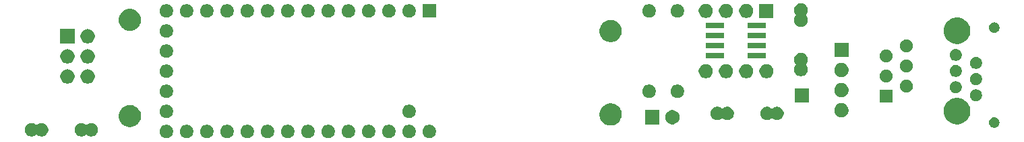
<source format=gbr>
G04 #@! TF.GenerationSoftware,KiCad,Pcbnew,5.1.5+dfsg1-2build2*
G04 #@! TF.CreationDate,2021-02-05T18:22:43+01:00*
G04 #@! TF.ProjectId,DNMS,444e4d53-2e6b-4696-9361-645f70636258,0.9.0*
G04 #@! TF.SameCoordinates,Original*
G04 #@! TF.FileFunction,Soldermask,Top*
G04 #@! TF.FilePolarity,Negative*
%FSLAX46Y46*%
G04 Gerber Fmt 4.6, Leading zero omitted, Abs format (unit mm)*
G04 Created by KiCad (PCBNEW 5.1.5+dfsg1-2build2) date 2021-02-05 18:22:43*
%MOMM*%
%LPD*%
G04 APERTURE LIST*
%ADD10C,0.100000*%
G04 APERTURE END LIST*
D10*
G36*
X87090828Y-91231303D02*
G01*
X87245700Y-91295453D01*
X87385081Y-91388585D01*
X87503615Y-91507119D01*
X87596747Y-91646500D01*
X87660897Y-91801372D01*
X87693600Y-91965784D01*
X87693600Y-92133416D01*
X87660897Y-92297828D01*
X87596747Y-92452700D01*
X87503615Y-92592081D01*
X87385081Y-92710615D01*
X87245700Y-92803747D01*
X87090828Y-92867897D01*
X86926416Y-92900600D01*
X86758784Y-92900600D01*
X86594372Y-92867897D01*
X86439500Y-92803747D01*
X86300119Y-92710615D01*
X86181585Y-92592081D01*
X86088453Y-92452700D01*
X86024303Y-92297828D01*
X85991600Y-92133416D01*
X85991600Y-91965784D01*
X86024303Y-91801372D01*
X86088453Y-91646500D01*
X86181585Y-91507119D01*
X86300119Y-91388585D01*
X86439500Y-91295453D01*
X86594372Y-91231303D01*
X86758784Y-91198600D01*
X86926416Y-91198600D01*
X87090828Y-91231303D01*
G37*
G36*
X109950828Y-91231303D02*
G01*
X110105700Y-91295453D01*
X110245081Y-91388585D01*
X110363615Y-91507119D01*
X110456747Y-91646500D01*
X110520897Y-91801372D01*
X110553600Y-91965784D01*
X110553600Y-92133416D01*
X110520897Y-92297828D01*
X110456747Y-92452700D01*
X110363615Y-92592081D01*
X110245081Y-92710615D01*
X110105700Y-92803747D01*
X109950828Y-92867897D01*
X109786416Y-92900600D01*
X109618784Y-92900600D01*
X109454372Y-92867897D01*
X109299500Y-92803747D01*
X109160119Y-92710615D01*
X109041585Y-92592081D01*
X108948453Y-92452700D01*
X108884303Y-92297828D01*
X108851600Y-92133416D01*
X108851600Y-91965784D01*
X108884303Y-91801372D01*
X108948453Y-91646500D01*
X109041585Y-91507119D01*
X109160119Y-91388585D01*
X109299500Y-91295453D01*
X109454372Y-91231303D01*
X109618784Y-91198600D01*
X109786416Y-91198600D01*
X109950828Y-91231303D01*
G37*
G36*
X107410828Y-91231303D02*
G01*
X107565700Y-91295453D01*
X107705081Y-91388585D01*
X107823615Y-91507119D01*
X107916747Y-91646500D01*
X107980897Y-91801372D01*
X108013600Y-91965784D01*
X108013600Y-92133416D01*
X107980897Y-92297828D01*
X107916747Y-92452700D01*
X107823615Y-92592081D01*
X107705081Y-92710615D01*
X107565700Y-92803747D01*
X107410828Y-92867897D01*
X107246416Y-92900600D01*
X107078784Y-92900600D01*
X106914372Y-92867897D01*
X106759500Y-92803747D01*
X106620119Y-92710615D01*
X106501585Y-92592081D01*
X106408453Y-92452700D01*
X106344303Y-92297828D01*
X106311600Y-92133416D01*
X106311600Y-91965784D01*
X106344303Y-91801372D01*
X106408453Y-91646500D01*
X106501585Y-91507119D01*
X106620119Y-91388585D01*
X106759500Y-91295453D01*
X106914372Y-91231303D01*
X107078784Y-91198600D01*
X107246416Y-91198600D01*
X107410828Y-91231303D01*
G37*
G36*
X104870828Y-91231303D02*
G01*
X105025700Y-91295453D01*
X105165081Y-91388585D01*
X105283615Y-91507119D01*
X105376747Y-91646500D01*
X105440897Y-91801372D01*
X105473600Y-91965784D01*
X105473600Y-92133416D01*
X105440897Y-92297828D01*
X105376747Y-92452700D01*
X105283615Y-92592081D01*
X105165081Y-92710615D01*
X105025700Y-92803747D01*
X104870828Y-92867897D01*
X104706416Y-92900600D01*
X104538784Y-92900600D01*
X104374372Y-92867897D01*
X104219500Y-92803747D01*
X104080119Y-92710615D01*
X103961585Y-92592081D01*
X103868453Y-92452700D01*
X103804303Y-92297828D01*
X103771600Y-92133416D01*
X103771600Y-91965784D01*
X103804303Y-91801372D01*
X103868453Y-91646500D01*
X103961585Y-91507119D01*
X104080119Y-91388585D01*
X104219500Y-91295453D01*
X104374372Y-91231303D01*
X104538784Y-91198600D01*
X104706416Y-91198600D01*
X104870828Y-91231303D01*
G37*
G36*
X102330828Y-91231303D02*
G01*
X102485700Y-91295453D01*
X102625081Y-91388585D01*
X102743615Y-91507119D01*
X102836747Y-91646500D01*
X102900897Y-91801372D01*
X102933600Y-91965784D01*
X102933600Y-92133416D01*
X102900897Y-92297828D01*
X102836747Y-92452700D01*
X102743615Y-92592081D01*
X102625081Y-92710615D01*
X102485700Y-92803747D01*
X102330828Y-92867897D01*
X102166416Y-92900600D01*
X101998784Y-92900600D01*
X101834372Y-92867897D01*
X101679500Y-92803747D01*
X101540119Y-92710615D01*
X101421585Y-92592081D01*
X101328453Y-92452700D01*
X101264303Y-92297828D01*
X101231600Y-92133416D01*
X101231600Y-91965784D01*
X101264303Y-91801372D01*
X101328453Y-91646500D01*
X101421585Y-91507119D01*
X101540119Y-91388585D01*
X101679500Y-91295453D01*
X101834372Y-91231303D01*
X101998784Y-91198600D01*
X102166416Y-91198600D01*
X102330828Y-91231303D01*
G37*
G36*
X99790828Y-91231303D02*
G01*
X99945700Y-91295453D01*
X100085081Y-91388585D01*
X100203615Y-91507119D01*
X100296747Y-91646500D01*
X100360897Y-91801372D01*
X100393600Y-91965784D01*
X100393600Y-92133416D01*
X100360897Y-92297828D01*
X100296747Y-92452700D01*
X100203615Y-92592081D01*
X100085081Y-92710615D01*
X99945700Y-92803747D01*
X99790828Y-92867897D01*
X99626416Y-92900600D01*
X99458784Y-92900600D01*
X99294372Y-92867897D01*
X99139500Y-92803747D01*
X99000119Y-92710615D01*
X98881585Y-92592081D01*
X98788453Y-92452700D01*
X98724303Y-92297828D01*
X98691600Y-92133416D01*
X98691600Y-91965784D01*
X98724303Y-91801372D01*
X98788453Y-91646500D01*
X98881585Y-91507119D01*
X99000119Y-91388585D01*
X99139500Y-91295453D01*
X99294372Y-91231303D01*
X99458784Y-91198600D01*
X99626416Y-91198600D01*
X99790828Y-91231303D01*
G37*
G36*
X97250828Y-91231303D02*
G01*
X97405700Y-91295453D01*
X97545081Y-91388585D01*
X97663615Y-91507119D01*
X97756747Y-91646500D01*
X97820897Y-91801372D01*
X97853600Y-91965784D01*
X97853600Y-92133416D01*
X97820897Y-92297828D01*
X97756747Y-92452700D01*
X97663615Y-92592081D01*
X97545081Y-92710615D01*
X97405700Y-92803747D01*
X97250828Y-92867897D01*
X97086416Y-92900600D01*
X96918784Y-92900600D01*
X96754372Y-92867897D01*
X96599500Y-92803747D01*
X96460119Y-92710615D01*
X96341585Y-92592081D01*
X96248453Y-92452700D01*
X96184303Y-92297828D01*
X96151600Y-92133416D01*
X96151600Y-91965784D01*
X96184303Y-91801372D01*
X96248453Y-91646500D01*
X96341585Y-91507119D01*
X96460119Y-91388585D01*
X96599500Y-91295453D01*
X96754372Y-91231303D01*
X96918784Y-91198600D01*
X97086416Y-91198600D01*
X97250828Y-91231303D01*
G37*
G36*
X94710828Y-91231303D02*
G01*
X94865700Y-91295453D01*
X95005081Y-91388585D01*
X95123615Y-91507119D01*
X95216747Y-91646500D01*
X95280897Y-91801372D01*
X95313600Y-91965784D01*
X95313600Y-92133416D01*
X95280897Y-92297828D01*
X95216747Y-92452700D01*
X95123615Y-92592081D01*
X95005081Y-92710615D01*
X94865700Y-92803747D01*
X94710828Y-92867897D01*
X94546416Y-92900600D01*
X94378784Y-92900600D01*
X94214372Y-92867897D01*
X94059500Y-92803747D01*
X93920119Y-92710615D01*
X93801585Y-92592081D01*
X93708453Y-92452700D01*
X93644303Y-92297828D01*
X93611600Y-92133416D01*
X93611600Y-91965784D01*
X93644303Y-91801372D01*
X93708453Y-91646500D01*
X93801585Y-91507119D01*
X93920119Y-91388585D01*
X94059500Y-91295453D01*
X94214372Y-91231303D01*
X94378784Y-91198600D01*
X94546416Y-91198600D01*
X94710828Y-91231303D01*
G37*
G36*
X92170828Y-91231303D02*
G01*
X92325700Y-91295453D01*
X92465081Y-91388585D01*
X92583615Y-91507119D01*
X92676747Y-91646500D01*
X92740897Y-91801372D01*
X92773600Y-91965784D01*
X92773600Y-92133416D01*
X92740897Y-92297828D01*
X92676747Y-92452700D01*
X92583615Y-92592081D01*
X92465081Y-92710615D01*
X92325700Y-92803747D01*
X92170828Y-92867897D01*
X92006416Y-92900600D01*
X91838784Y-92900600D01*
X91674372Y-92867897D01*
X91519500Y-92803747D01*
X91380119Y-92710615D01*
X91261585Y-92592081D01*
X91168453Y-92452700D01*
X91104303Y-92297828D01*
X91071600Y-92133416D01*
X91071600Y-91965784D01*
X91104303Y-91801372D01*
X91168453Y-91646500D01*
X91261585Y-91507119D01*
X91380119Y-91388585D01*
X91519500Y-91295453D01*
X91674372Y-91231303D01*
X91838784Y-91198600D01*
X92006416Y-91198600D01*
X92170828Y-91231303D01*
G37*
G36*
X112490828Y-91231303D02*
G01*
X112645700Y-91295453D01*
X112785081Y-91388585D01*
X112903615Y-91507119D01*
X112996747Y-91646500D01*
X113060897Y-91801372D01*
X113093600Y-91965784D01*
X113093600Y-92133416D01*
X113060897Y-92297828D01*
X112996747Y-92452700D01*
X112903615Y-92592081D01*
X112785081Y-92710615D01*
X112645700Y-92803747D01*
X112490828Y-92867897D01*
X112326416Y-92900600D01*
X112158784Y-92900600D01*
X111994372Y-92867897D01*
X111839500Y-92803747D01*
X111700119Y-92710615D01*
X111581585Y-92592081D01*
X111488453Y-92452700D01*
X111424303Y-92297828D01*
X111391600Y-92133416D01*
X111391600Y-91965784D01*
X111424303Y-91801372D01*
X111488453Y-91646500D01*
X111581585Y-91507119D01*
X111700119Y-91388585D01*
X111839500Y-91295453D01*
X111994372Y-91231303D01*
X112158784Y-91198600D01*
X112326416Y-91198600D01*
X112490828Y-91231303D01*
G37*
G36*
X84550828Y-91231303D02*
G01*
X84705700Y-91295453D01*
X84845081Y-91388585D01*
X84963615Y-91507119D01*
X85056747Y-91646500D01*
X85120897Y-91801372D01*
X85153600Y-91965784D01*
X85153600Y-92133416D01*
X85120897Y-92297828D01*
X85056747Y-92452700D01*
X84963615Y-92592081D01*
X84845081Y-92710615D01*
X84705700Y-92803747D01*
X84550828Y-92867897D01*
X84386416Y-92900600D01*
X84218784Y-92900600D01*
X84054372Y-92867897D01*
X83899500Y-92803747D01*
X83760119Y-92710615D01*
X83641585Y-92592081D01*
X83548453Y-92452700D01*
X83484303Y-92297828D01*
X83451600Y-92133416D01*
X83451600Y-91965784D01*
X83484303Y-91801372D01*
X83548453Y-91646500D01*
X83641585Y-91507119D01*
X83760119Y-91388585D01*
X83899500Y-91295453D01*
X84054372Y-91231303D01*
X84218784Y-91198600D01*
X84386416Y-91198600D01*
X84550828Y-91231303D01*
G37*
G36*
X82010828Y-91231303D02*
G01*
X82165700Y-91295453D01*
X82305081Y-91388585D01*
X82423615Y-91507119D01*
X82516747Y-91646500D01*
X82580897Y-91801372D01*
X82613600Y-91965784D01*
X82613600Y-92133416D01*
X82580897Y-92297828D01*
X82516747Y-92452700D01*
X82423615Y-92592081D01*
X82305081Y-92710615D01*
X82165700Y-92803747D01*
X82010828Y-92867897D01*
X81846416Y-92900600D01*
X81678784Y-92900600D01*
X81514372Y-92867897D01*
X81359500Y-92803747D01*
X81220119Y-92710615D01*
X81101585Y-92592081D01*
X81008453Y-92452700D01*
X80944303Y-92297828D01*
X80911600Y-92133416D01*
X80911600Y-91965784D01*
X80944303Y-91801372D01*
X81008453Y-91646500D01*
X81101585Y-91507119D01*
X81220119Y-91388585D01*
X81359500Y-91295453D01*
X81514372Y-91231303D01*
X81678784Y-91198600D01*
X81846416Y-91198600D01*
X82010828Y-91231303D01*
G37*
G36*
X79470828Y-91231303D02*
G01*
X79625700Y-91295453D01*
X79765081Y-91388585D01*
X79883615Y-91507119D01*
X79976747Y-91646500D01*
X80040897Y-91801372D01*
X80073600Y-91965784D01*
X80073600Y-92133416D01*
X80040897Y-92297828D01*
X79976747Y-92452700D01*
X79883615Y-92592081D01*
X79765081Y-92710615D01*
X79625700Y-92803747D01*
X79470828Y-92867897D01*
X79306416Y-92900600D01*
X79138784Y-92900600D01*
X78974372Y-92867897D01*
X78819500Y-92803747D01*
X78680119Y-92710615D01*
X78561585Y-92592081D01*
X78468453Y-92452700D01*
X78404303Y-92297828D01*
X78371600Y-92133416D01*
X78371600Y-91965784D01*
X78404303Y-91801372D01*
X78468453Y-91646500D01*
X78561585Y-91507119D01*
X78680119Y-91388585D01*
X78819500Y-91295453D01*
X78974372Y-91231303D01*
X79138784Y-91198600D01*
X79306416Y-91198600D01*
X79470828Y-91231303D01*
G37*
G36*
X89630828Y-91231303D02*
G01*
X89785700Y-91295453D01*
X89925081Y-91388585D01*
X90043615Y-91507119D01*
X90136747Y-91646500D01*
X90200897Y-91801372D01*
X90233600Y-91965784D01*
X90233600Y-92133416D01*
X90200897Y-92297828D01*
X90136747Y-92452700D01*
X90043615Y-92592081D01*
X89925081Y-92710615D01*
X89785700Y-92803747D01*
X89630828Y-92867897D01*
X89466416Y-92900600D01*
X89298784Y-92900600D01*
X89134372Y-92867897D01*
X88979500Y-92803747D01*
X88840119Y-92710615D01*
X88721585Y-92592081D01*
X88628453Y-92452700D01*
X88564303Y-92297828D01*
X88531600Y-92133416D01*
X88531600Y-91965784D01*
X88564303Y-91801372D01*
X88628453Y-91646500D01*
X88721585Y-91507119D01*
X88840119Y-91388585D01*
X88979500Y-91295453D01*
X89134372Y-91231303D01*
X89298784Y-91198600D01*
X89466416Y-91198600D01*
X89630828Y-91231303D01*
G37*
G36*
X62547428Y-91009103D02*
G01*
X62702300Y-91073253D01*
X62841681Y-91166385D01*
X62841685Y-91166389D01*
X62848580Y-91170996D01*
X62854754Y-91176062D01*
X62876365Y-91187613D01*
X62899814Y-91194726D01*
X62924200Y-91197128D01*
X62948586Y-91194726D01*
X62972035Y-91187613D01*
X62993646Y-91176062D01*
X62999820Y-91170996D01*
X63006715Y-91166389D01*
X63006719Y-91166385D01*
X63146100Y-91073253D01*
X63300972Y-91009103D01*
X63465384Y-90976400D01*
X63633016Y-90976400D01*
X63797428Y-91009103D01*
X63952300Y-91073253D01*
X64091681Y-91166385D01*
X64210215Y-91284919D01*
X64303347Y-91424300D01*
X64367497Y-91579172D01*
X64400200Y-91743584D01*
X64400200Y-91911216D01*
X64367497Y-92075628D01*
X64303347Y-92230500D01*
X64210215Y-92369881D01*
X64091681Y-92488415D01*
X63952300Y-92581547D01*
X63797428Y-92645697D01*
X63633016Y-92678400D01*
X63465384Y-92678400D01*
X63300972Y-92645697D01*
X63146100Y-92581547D01*
X63006719Y-92488415D01*
X63006715Y-92488411D01*
X62999820Y-92483804D01*
X62993646Y-92478738D01*
X62972035Y-92467187D01*
X62948586Y-92460074D01*
X62924200Y-92457672D01*
X62899814Y-92460074D01*
X62876365Y-92467187D01*
X62854754Y-92478738D01*
X62848580Y-92483804D01*
X62841685Y-92488411D01*
X62841681Y-92488415D01*
X62702300Y-92581547D01*
X62547428Y-92645697D01*
X62383016Y-92678400D01*
X62215384Y-92678400D01*
X62050972Y-92645697D01*
X61896100Y-92581547D01*
X61756719Y-92488415D01*
X61638185Y-92369881D01*
X61545053Y-92230500D01*
X61480903Y-92075628D01*
X61448200Y-91911216D01*
X61448200Y-91743584D01*
X61480903Y-91579172D01*
X61545053Y-91424300D01*
X61638185Y-91284919D01*
X61756719Y-91166385D01*
X61896100Y-91073253D01*
X62050972Y-91009103D01*
X62215384Y-90976400D01*
X62383016Y-90976400D01*
X62547428Y-91009103D01*
G37*
G36*
X68797428Y-91009103D02*
G01*
X68952300Y-91073253D01*
X69091681Y-91166385D01*
X69091685Y-91166389D01*
X69098580Y-91170996D01*
X69104754Y-91176062D01*
X69126365Y-91187613D01*
X69149814Y-91194726D01*
X69174200Y-91197128D01*
X69198586Y-91194726D01*
X69222035Y-91187613D01*
X69243646Y-91176062D01*
X69249820Y-91170996D01*
X69256715Y-91166389D01*
X69256719Y-91166385D01*
X69396100Y-91073253D01*
X69550972Y-91009103D01*
X69715384Y-90976400D01*
X69883016Y-90976400D01*
X70047428Y-91009103D01*
X70202300Y-91073253D01*
X70341681Y-91166385D01*
X70460215Y-91284919D01*
X70553347Y-91424300D01*
X70617497Y-91579172D01*
X70650200Y-91743584D01*
X70650200Y-91911216D01*
X70617497Y-92075628D01*
X70553347Y-92230500D01*
X70460215Y-92369881D01*
X70341681Y-92488415D01*
X70202300Y-92581547D01*
X70047428Y-92645697D01*
X69883016Y-92678400D01*
X69715384Y-92678400D01*
X69550972Y-92645697D01*
X69396100Y-92581547D01*
X69256719Y-92488415D01*
X69256715Y-92488411D01*
X69249820Y-92483804D01*
X69243646Y-92478738D01*
X69222035Y-92467187D01*
X69198586Y-92460074D01*
X69174200Y-92457672D01*
X69149814Y-92460074D01*
X69126365Y-92467187D01*
X69104754Y-92478738D01*
X69098580Y-92483804D01*
X69091685Y-92488411D01*
X69091681Y-92488415D01*
X68952300Y-92581547D01*
X68797428Y-92645697D01*
X68633016Y-92678400D01*
X68465384Y-92678400D01*
X68300972Y-92645697D01*
X68146100Y-92581547D01*
X68006719Y-92488415D01*
X67888185Y-92369881D01*
X67795053Y-92230500D01*
X67730903Y-92075628D01*
X67698200Y-91911216D01*
X67698200Y-91743584D01*
X67730903Y-91579172D01*
X67795053Y-91424300D01*
X67888185Y-91284919D01*
X68006719Y-91166385D01*
X68146100Y-91073253D01*
X68300972Y-91009103D01*
X68465384Y-90976400D01*
X68633016Y-90976400D01*
X68797428Y-91009103D01*
G37*
G36*
X183392370Y-90286217D02*
G01*
X183506620Y-90333541D01*
X183510844Y-90335291D01*
X183608394Y-90400472D01*
X183617468Y-90406535D01*
X183708145Y-90497212D01*
X183779390Y-90603838D01*
X183828463Y-90722310D01*
X183853480Y-90848081D01*
X183853480Y-90976319D01*
X183840166Y-91043256D01*
X183828463Y-91102090D01*
X183779389Y-91220564D01*
X183708145Y-91327188D01*
X183617468Y-91417865D01*
X183510844Y-91489109D01*
X183510843Y-91489110D01*
X183510842Y-91489110D01*
X183392370Y-91538183D01*
X183266599Y-91563200D01*
X183138361Y-91563200D01*
X183012590Y-91538183D01*
X182894118Y-91489110D01*
X182894117Y-91489110D01*
X182894116Y-91489109D01*
X182787492Y-91417865D01*
X182696815Y-91327188D01*
X182625571Y-91220564D01*
X182576497Y-91102090D01*
X182564794Y-91043256D01*
X182551480Y-90976319D01*
X182551480Y-90848081D01*
X182576497Y-90722310D01*
X182625570Y-90603838D01*
X182696815Y-90497212D01*
X182787492Y-90406535D01*
X182796566Y-90400472D01*
X182894116Y-90335291D01*
X182898341Y-90333541D01*
X183012590Y-90286217D01*
X183138361Y-90261200D01*
X183266599Y-90261200D01*
X183392370Y-90286217D01*
G37*
G36*
X74961433Y-88734893D02*
G01*
X75051657Y-88752839D01*
X75157267Y-88796585D01*
X75306621Y-88858449D01*
X75306622Y-88858450D01*
X75536086Y-89011772D01*
X75731228Y-89206914D01*
X75802437Y-89313487D01*
X75884551Y-89436379D01*
X75907318Y-89491344D01*
X75988107Y-89686384D01*
X75990161Y-89691344D01*
X76044000Y-89962012D01*
X76044000Y-90237988D01*
X76024645Y-90335291D01*
X75990161Y-90508657D01*
X75957091Y-90588495D01*
X75884551Y-90763621D01*
X75864864Y-90793085D01*
X75731228Y-90993086D01*
X75536086Y-91188228D01*
X75487694Y-91220562D01*
X75306621Y-91341551D01*
X75193071Y-91388585D01*
X75051657Y-91447161D01*
X74961433Y-91465107D01*
X74780988Y-91501000D01*
X74505012Y-91501000D01*
X74324567Y-91465107D01*
X74234343Y-91447161D01*
X74092929Y-91388585D01*
X73979379Y-91341551D01*
X73798306Y-91220562D01*
X73749914Y-91188228D01*
X73554772Y-90993086D01*
X73421136Y-90793085D01*
X73401449Y-90763621D01*
X73328909Y-90588495D01*
X73295839Y-90508657D01*
X73261355Y-90335291D01*
X73242000Y-90237988D01*
X73242000Y-89962012D01*
X73295839Y-89691344D01*
X73297894Y-89686384D01*
X73378682Y-89491344D01*
X73401449Y-89436379D01*
X73483563Y-89313487D01*
X73554772Y-89206914D01*
X73749914Y-89011772D01*
X73979378Y-88858450D01*
X73979379Y-88858449D01*
X74128733Y-88796585D01*
X74234343Y-88752839D01*
X74324567Y-88734893D01*
X74505012Y-88699000D01*
X74780988Y-88699000D01*
X74961433Y-88734893D01*
G37*
G36*
X135344833Y-88534893D02*
G01*
X135435057Y-88552839D01*
X135465246Y-88565344D01*
X135690021Y-88658449D01*
X135729274Y-88684677D01*
X135919486Y-88811772D01*
X136114628Y-89006914D01*
X136217075Y-89160237D01*
X136267951Y-89236379D01*
X136312446Y-89343800D01*
X136373561Y-89491343D01*
X136391507Y-89581567D01*
X136427400Y-89762012D01*
X136427400Y-90037988D01*
X136403914Y-90156059D01*
X136373561Y-90308657D01*
X136352045Y-90360600D01*
X136267951Y-90563621D01*
X136251329Y-90588497D01*
X136114628Y-90793086D01*
X135919486Y-90988228D01*
X135837130Y-91043256D01*
X135690021Y-91141551D01*
X135540667Y-91203415D01*
X135435057Y-91247161D01*
X135344833Y-91265107D01*
X135164388Y-91301000D01*
X134888412Y-91301000D01*
X134707967Y-91265107D01*
X134617743Y-91247161D01*
X134512133Y-91203415D01*
X134362779Y-91141551D01*
X134215670Y-91043256D01*
X134133314Y-90988228D01*
X133938172Y-90793086D01*
X133801471Y-90588497D01*
X133784849Y-90563621D01*
X133700755Y-90360600D01*
X133679239Y-90308657D01*
X133648886Y-90156059D01*
X133625400Y-90037988D01*
X133625400Y-89762012D01*
X133661293Y-89581567D01*
X133679239Y-89491343D01*
X133740354Y-89343800D01*
X133784849Y-89236379D01*
X133835725Y-89160237D01*
X133938172Y-89006914D01*
X134133314Y-88811772D01*
X134323526Y-88684677D01*
X134362779Y-88658449D01*
X134587554Y-88565344D01*
X134617743Y-88552839D01*
X134707967Y-88534893D01*
X134888412Y-88499000D01*
X135164388Y-88499000D01*
X135344833Y-88534893D01*
G37*
G36*
X178768782Y-87817930D02*
G01*
X179015311Y-87866968D01*
X179320323Y-87993308D01*
X179594827Y-88176726D01*
X179828274Y-88410173D01*
X180011692Y-88684677D01*
X180138032Y-88989689D01*
X180143276Y-89016052D01*
X180202440Y-89313487D01*
X180202440Y-89643633D01*
X180179725Y-89757828D01*
X180138032Y-89967431D01*
X180011692Y-90272443D01*
X179828274Y-90546947D01*
X179594827Y-90780394D01*
X179320323Y-90963812D01*
X179015311Y-91090152D01*
X178853411Y-91122356D01*
X178691513Y-91154560D01*
X178361367Y-91154560D01*
X178199469Y-91122356D01*
X178037569Y-91090152D01*
X177732557Y-90963812D01*
X177458053Y-90780394D01*
X177224606Y-90546947D01*
X177041188Y-90272443D01*
X176914848Y-89967431D01*
X176873155Y-89757828D01*
X176850440Y-89643633D01*
X176850440Y-89313487D01*
X176909604Y-89016052D01*
X176914848Y-88989689D01*
X177041188Y-88684677D01*
X177224606Y-88410173D01*
X177458053Y-88176726D01*
X177732557Y-87993308D01*
X178037569Y-87866968D01*
X178284098Y-87817930D01*
X178361367Y-87802560D01*
X178691513Y-87802560D01*
X178768782Y-87817930D01*
G37*
G36*
X142886912Y-89348727D02*
G01*
X143036212Y-89378424D01*
X143200184Y-89446344D01*
X143347754Y-89544947D01*
X143473253Y-89670446D01*
X143571856Y-89818016D01*
X143639776Y-89981988D01*
X143674400Y-90156059D01*
X143674400Y-90333541D01*
X143639776Y-90507612D01*
X143571856Y-90671584D01*
X143473253Y-90819154D01*
X143347754Y-90944653D01*
X143200184Y-91043256D01*
X143036212Y-91111176D01*
X142886912Y-91140873D01*
X142862142Y-91145800D01*
X142684658Y-91145800D01*
X142659888Y-91140873D01*
X142510588Y-91111176D01*
X142346616Y-91043256D01*
X142199046Y-90944653D01*
X142073547Y-90819154D01*
X141974944Y-90671584D01*
X141907024Y-90507612D01*
X141872400Y-90333541D01*
X141872400Y-90156059D01*
X141907024Y-89981988D01*
X141974944Y-89818016D01*
X142073547Y-89670446D01*
X142199046Y-89544947D01*
X142346616Y-89446344D01*
X142510588Y-89378424D01*
X142659888Y-89348727D01*
X142684658Y-89343800D01*
X142862142Y-89343800D01*
X142886912Y-89348727D01*
G37*
G36*
X141134400Y-91145800D02*
G01*
X139332400Y-91145800D01*
X139332400Y-89343800D01*
X141134400Y-89343800D01*
X141134400Y-91145800D01*
G37*
G36*
X148660428Y-88951903D02*
G01*
X148815300Y-89016053D01*
X148954681Y-89109185D01*
X148954685Y-89109189D01*
X148961580Y-89113796D01*
X148967754Y-89118862D01*
X148989365Y-89130413D01*
X149012814Y-89137526D01*
X149037200Y-89139928D01*
X149061586Y-89137526D01*
X149085035Y-89130413D01*
X149106646Y-89118862D01*
X149112820Y-89113796D01*
X149119715Y-89109189D01*
X149119719Y-89109185D01*
X149259100Y-89016053D01*
X149413972Y-88951903D01*
X149578384Y-88919200D01*
X149746016Y-88919200D01*
X149910428Y-88951903D01*
X150065300Y-89016053D01*
X150204681Y-89109185D01*
X150323215Y-89227719D01*
X150416347Y-89367100D01*
X150480497Y-89521972D01*
X150513200Y-89686384D01*
X150513200Y-89854016D01*
X150480497Y-90018428D01*
X150416347Y-90173300D01*
X150323215Y-90312681D01*
X150204681Y-90431215D01*
X150065300Y-90524347D01*
X149910428Y-90588497D01*
X149746016Y-90621200D01*
X149578384Y-90621200D01*
X149413972Y-90588497D01*
X149259100Y-90524347D01*
X149119719Y-90431215D01*
X149119715Y-90431211D01*
X149112820Y-90426604D01*
X149106646Y-90421538D01*
X149085035Y-90409987D01*
X149061586Y-90402874D01*
X149037200Y-90400472D01*
X149012814Y-90402874D01*
X148989365Y-90409987D01*
X148967754Y-90421538D01*
X148961580Y-90426604D01*
X148954685Y-90431211D01*
X148954681Y-90431215D01*
X148815300Y-90524347D01*
X148660428Y-90588497D01*
X148496016Y-90621200D01*
X148328384Y-90621200D01*
X148163972Y-90588497D01*
X148009100Y-90524347D01*
X147869719Y-90431215D01*
X147751185Y-90312681D01*
X147658053Y-90173300D01*
X147593903Y-90018428D01*
X147561200Y-89854016D01*
X147561200Y-89686384D01*
X147593903Y-89521972D01*
X147658053Y-89367100D01*
X147751185Y-89227719D01*
X147869719Y-89109185D01*
X148009100Y-89016053D01*
X148163972Y-88951903D01*
X148328384Y-88919200D01*
X148496016Y-88919200D01*
X148660428Y-88951903D01*
G37*
G36*
X154910428Y-88951903D02*
G01*
X155065300Y-89016053D01*
X155204681Y-89109185D01*
X155204685Y-89109189D01*
X155211580Y-89113796D01*
X155217754Y-89118862D01*
X155239365Y-89130413D01*
X155262814Y-89137526D01*
X155287200Y-89139928D01*
X155311586Y-89137526D01*
X155335035Y-89130413D01*
X155356646Y-89118862D01*
X155362820Y-89113796D01*
X155369715Y-89109189D01*
X155369719Y-89109185D01*
X155509100Y-89016053D01*
X155663972Y-88951903D01*
X155828384Y-88919200D01*
X155996016Y-88919200D01*
X156160428Y-88951903D01*
X156315300Y-89016053D01*
X156454681Y-89109185D01*
X156573215Y-89227719D01*
X156666347Y-89367100D01*
X156730497Y-89521972D01*
X156763200Y-89686384D01*
X156763200Y-89854016D01*
X156730497Y-90018428D01*
X156666347Y-90173300D01*
X156573215Y-90312681D01*
X156454681Y-90431215D01*
X156315300Y-90524347D01*
X156160428Y-90588497D01*
X155996016Y-90621200D01*
X155828384Y-90621200D01*
X155663972Y-90588497D01*
X155509100Y-90524347D01*
X155369719Y-90431215D01*
X155369715Y-90431211D01*
X155362820Y-90426604D01*
X155356646Y-90421538D01*
X155335035Y-90409987D01*
X155311586Y-90402874D01*
X155287200Y-90400472D01*
X155262814Y-90402874D01*
X155239365Y-90409987D01*
X155217754Y-90421538D01*
X155211580Y-90426604D01*
X155204685Y-90431211D01*
X155204681Y-90431215D01*
X155065300Y-90524347D01*
X154910428Y-90588497D01*
X154746016Y-90621200D01*
X154578384Y-90621200D01*
X154413972Y-90588497D01*
X154259100Y-90524347D01*
X154119719Y-90431215D01*
X154001185Y-90312681D01*
X153908053Y-90173300D01*
X153843903Y-90018428D01*
X153811200Y-89854016D01*
X153811200Y-89686384D01*
X153843903Y-89521972D01*
X153908053Y-89367100D01*
X154001185Y-89227719D01*
X154119719Y-89109185D01*
X154259100Y-89016053D01*
X154413972Y-88951903D01*
X154578384Y-88919200D01*
X154746016Y-88919200D01*
X154910428Y-88951903D01*
G37*
G36*
X79470828Y-88691303D02*
G01*
X79625700Y-88755453D01*
X79765081Y-88848585D01*
X79883615Y-88967119D01*
X79976747Y-89106500D01*
X80040897Y-89261372D01*
X80073600Y-89425784D01*
X80073600Y-89593416D01*
X80040897Y-89757828D01*
X79976747Y-89912700D01*
X79883615Y-90052081D01*
X79765081Y-90170615D01*
X79625700Y-90263747D01*
X79470828Y-90327897D01*
X79306416Y-90360600D01*
X79138784Y-90360600D01*
X78974372Y-90327897D01*
X78819500Y-90263747D01*
X78680119Y-90170615D01*
X78561585Y-90052081D01*
X78468453Y-89912700D01*
X78404303Y-89757828D01*
X78371600Y-89593416D01*
X78371600Y-89425784D01*
X78404303Y-89261372D01*
X78468453Y-89106500D01*
X78561585Y-88967119D01*
X78680119Y-88848585D01*
X78819500Y-88755453D01*
X78974372Y-88691303D01*
X79138784Y-88658600D01*
X79306416Y-88658600D01*
X79470828Y-88691303D01*
G37*
G36*
X109950828Y-88691303D02*
G01*
X110105700Y-88755453D01*
X110245081Y-88848585D01*
X110363615Y-88967119D01*
X110456747Y-89106500D01*
X110520897Y-89261372D01*
X110553600Y-89425784D01*
X110553600Y-89593416D01*
X110520897Y-89757828D01*
X110456747Y-89912700D01*
X110363615Y-90052081D01*
X110245081Y-90170615D01*
X110105700Y-90263747D01*
X109950828Y-90327897D01*
X109786416Y-90360600D01*
X109618784Y-90360600D01*
X109454372Y-90327897D01*
X109299500Y-90263747D01*
X109160119Y-90170615D01*
X109041585Y-90052081D01*
X108948453Y-89912700D01*
X108884303Y-89757828D01*
X108851600Y-89593416D01*
X108851600Y-89425784D01*
X108884303Y-89261372D01*
X108948453Y-89106500D01*
X109041585Y-88967119D01*
X109160119Y-88848585D01*
X109299500Y-88755453D01*
X109454372Y-88691303D01*
X109618784Y-88658600D01*
X109786416Y-88658600D01*
X109950828Y-88691303D01*
G37*
G36*
X164127912Y-88467727D02*
G01*
X164277212Y-88497424D01*
X164441184Y-88565344D01*
X164588754Y-88663947D01*
X164714253Y-88789446D01*
X164812856Y-88937016D01*
X164880776Y-89100988D01*
X164915400Y-89275059D01*
X164915400Y-89452541D01*
X164880776Y-89626612D01*
X164812856Y-89790584D01*
X164714253Y-89938154D01*
X164588754Y-90063653D01*
X164441184Y-90162256D01*
X164277212Y-90230176D01*
X164127912Y-90259873D01*
X164103142Y-90264800D01*
X163925658Y-90264800D01*
X163900888Y-90259873D01*
X163751588Y-90230176D01*
X163587616Y-90162256D01*
X163440046Y-90063653D01*
X163314547Y-89938154D01*
X163215944Y-89790584D01*
X163148024Y-89626612D01*
X163113400Y-89452541D01*
X163113400Y-89275059D01*
X163148024Y-89100988D01*
X163215944Y-88937016D01*
X163314547Y-88789446D01*
X163440046Y-88663947D01*
X163587616Y-88565344D01*
X163751588Y-88497424D01*
X163900888Y-88467727D01*
X163925658Y-88462800D01*
X164103142Y-88462800D01*
X164127912Y-88467727D01*
G37*
G36*
X170447440Y-88379560D02*
G01*
X168825440Y-88379560D01*
X168825440Y-86757560D01*
X170447440Y-86757560D01*
X170447440Y-88379560D01*
G37*
G36*
X159930400Y-88378600D02*
G01*
X158128400Y-88378600D01*
X158128400Y-86576600D01*
X159930400Y-86576600D01*
X159930400Y-88378600D01*
G37*
G36*
X181096392Y-86735058D02*
G01*
X181121539Y-86740060D01*
X181258212Y-86796672D01*
X181381215Y-86878860D01*
X181485820Y-86983465D01*
X181568008Y-87106468D01*
X181568009Y-87106470D01*
X181624620Y-87243141D01*
X181650391Y-87372700D01*
X181653480Y-87388233D01*
X181653480Y-87536167D01*
X181624620Y-87681259D01*
X181568008Y-87817932D01*
X181485820Y-87940935D01*
X181381215Y-88045540D01*
X181258212Y-88127728D01*
X181258211Y-88127729D01*
X181258210Y-88127729D01*
X181121539Y-88184340D01*
X180976448Y-88213200D01*
X180828512Y-88213200D01*
X180683421Y-88184340D01*
X180546750Y-88127729D01*
X180546749Y-88127729D01*
X180546748Y-88127728D01*
X180423745Y-88045540D01*
X180319140Y-87940935D01*
X180236952Y-87817932D01*
X180180340Y-87681259D01*
X180151480Y-87536167D01*
X180151480Y-87388233D01*
X180154570Y-87372700D01*
X180180340Y-87243141D01*
X180236951Y-87106470D01*
X180236952Y-87106468D01*
X180319140Y-86983465D01*
X180423745Y-86878860D01*
X180546748Y-86796672D01*
X180683421Y-86740060D01*
X180708568Y-86735058D01*
X180828512Y-86711200D01*
X180976448Y-86711200D01*
X181096392Y-86735058D01*
G37*
G36*
X79470828Y-86151303D02*
G01*
X79625700Y-86215453D01*
X79765081Y-86308585D01*
X79883615Y-86427119D01*
X79976747Y-86566500D01*
X80040897Y-86721372D01*
X80073600Y-86885784D01*
X80073600Y-87053416D01*
X80040897Y-87217828D01*
X79976747Y-87372700D01*
X79883615Y-87512081D01*
X79765081Y-87630615D01*
X79625700Y-87723747D01*
X79470828Y-87787897D01*
X79306416Y-87820600D01*
X79138784Y-87820600D01*
X78974372Y-87787897D01*
X78819500Y-87723747D01*
X78680119Y-87630615D01*
X78561585Y-87512081D01*
X78468453Y-87372700D01*
X78404303Y-87217828D01*
X78371600Y-87053416D01*
X78371600Y-86885784D01*
X78404303Y-86721372D01*
X78468453Y-86566500D01*
X78561585Y-86427119D01*
X78680119Y-86308585D01*
X78819500Y-86215453D01*
X78974372Y-86151303D01*
X79138784Y-86118600D01*
X79306416Y-86118600D01*
X79470828Y-86151303D01*
G37*
G36*
X140102228Y-86149703D02*
G01*
X140257100Y-86213853D01*
X140396481Y-86306985D01*
X140515015Y-86425519D01*
X140608147Y-86564900D01*
X140672297Y-86719772D01*
X140705000Y-86884184D01*
X140705000Y-87051816D01*
X140672297Y-87216228D01*
X140608147Y-87371100D01*
X140515015Y-87510481D01*
X140396481Y-87629015D01*
X140257100Y-87722147D01*
X140102228Y-87786297D01*
X139937816Y-87819000D01*
X139770184Y-87819000D01*
X139605772Y-87786297D01*
X139450900Y-87722147D01*
X139311519Y-87629015D01*
X139192985Y-87510481D01*
X139099853Y-87371100D01*
X139035703Y-87216228D01*
X139003000Y-87051816D01*
X139003000Y-86884184D01*
X139035703Y-86719772D01*
X139099853Y-86564900D01*
X139192985Y-86425519D01*
X139311519Y-86306985D01*
X139450900Y-86213853D01*
X139605772Y-86149703D01*
X139770184Y-86117000D01*
X139937816Y-86117000D01*
X140102228Y-86149703D01*
G37*
G36*
X143658228Y-86149703D02*
G01*
X143813100Y-86213853D01*
X143952481Y-86306985D01*
X144071015Y-86425519D01*
X144164147Y-86564900D01*
X144228297Y-86719772D01*
X144261000Y-86884184D01*
X144261000Y-87051816D01*
X144228297Y-87216228D01*
X144164147Y-87371100D01*
X144071015Y-87510481D01*
X143952481Y-87629015D01*
X143813100Y-87722147D01*
X143658228Y-87786297D01*
X143493816Y-87819000D01*
X143326184Y-87819000D01*
X143161772Y-87786297D01*
X143006900Y-87722147D01*
X142867519Y-87629015D01*
X142748985Y-87510481D01*
X142655853Y-87371100D01*
X142591703Y-87216228D01*
X142559000Y-87051816D01*
X142559000Y-86884184D01*
X142591703Y-86719772D01*
X142655853Y-86564900D01*
X142748985Y-86425519D01*
X142867519Y-86306985D01*
X143006900Y-86213853D01*
X143161772Y-86149703D01*
X143326184Y-86117000D01*
X143493816Y-86117000D01*
X143658228Y-86149703D01*
G37*
G36*
X164127912Y-85927727D02*
G01*
X164277212Y-85957424D01*
X164441184Y-86025344D01*
X164588754Y-86123947D01*
X164714253Y-86249446D01*
X164812856Y-86397016D01*
X164880776Y-86560988D01*
X164904988Y-86682713D01*
X164915400Y-86735058D01*
X164915400Y-86912542D01*
X164912225Y-86928505D01*
X164880776Y-87086612D01*
X164812856Y-87250584D01*
X164714253Y-87398154D01*
X164588754Y-87523653D01*
X164441184Y-87622256D01*
X164277212Y-87690176D01*
X164127912Y-87719873D01*
X164103142Y-87724800D01*
X163925658Y-87724800D01*
X163900888Y-87719873D01*
X163751588Y-87690176D01*
X163587616Y-87622256D01*
X163440046Y-87523653D01*
X163314547Y-87398154D01*
X163215944Y-87250584D01*
X163148024Y-87086612D01*
X163116575Y-86928505D01*
X163113400Y-86912542D01*
X163113400Y-86735058D01*
X163123812Y-86682713D01*
X163148024Y-86560988D01*
X163215944Y-86397016D01*
X163314547Y-86249446D01*
X163440046Y-86123947D01*
X163587616Y-86025344D01*
X163751588Y-85957424D01*
X163900888Y-85927727D01*
X163925658Y-85922800D01*
X164103142Y-85922800D01*
X164127912Y-85927727D01*
G37*
G36*
X178581539Y-85720060D02*
G01*
X178647206Y-85747260D01*
X178718212Y-85776672D01*
X178841215Y-85858860D01*
X178945820Y-85963465D01*
X178973934Y-86005541D01*
X179028009Y-86086470D01*
X179084620Y-86223141D01*
X179113480Y-86368232D01*
X179113480Y-86516168D01*
X179084620Y-86661259D01*
X179051980Y-86740060D01*
X179028008Y-86797932D01*
X178945820Y-86920935D01*
X178841215Y-87025540D01*
X178718212Y-87107728D01*
X178718211Y-87107729D01*
X178718210Y-87107729D01*
X178581539Y-87164340D01*
X178436448Y-87193200D01*
X178288512Y-87193200D01*
X178143421Y-87164340D01*
X178006750Y-87107729D01*
X178006749Y-87107729D01*
X178006748Y-87107728D01*
X177883745Y-87025540D01*
X177779140Y-86920935D01*
X177696952Y-86797932D01*
X177672981Y-86740060D01*
X177640340Y-86661259D01*
X177611480Y-86516168D01*
X177611480Y-86368232D01*
X177640340Y-86223141D01*
X177696951Y-86086470D01*
X177751026Y-86005541D01*
X177779140Y-85963465D01*
X177883745Y-85858860D01*
X178006748Y-85776672D01*
X178077755Y-85747260D01*
X178143421Y-85720060D01*
X178288512Y-85691200D01*
X178436448Y-85691200D01*
X178581539Y-85720060D01*
G37*
G36*
X172299588Y-85496167D02*
G01*
X172413000Y-85518726D01*
X172560593Y-85579861D01*
X172693422Y-85668615D01*
X172806385Y-85781578D01*
X172845128Y-85839560D01*
X172895140Y-85914409D01*
X172956274Y-86062000D01*
X172987440Y-86218682D01*
X172987440Y-86378438D01*
X172956274Y-86535120D01*
X172943938Y-86564903D01*
X172895139Y-86682713D01*
X172806385Y-86815542D01*
X172693422Y-86928505D01*
X172560593Y-87017259D01*
X172560592Y-87017260D01*
X172560591Y-87017260D01*
X172413000Y-87078394D01*
X172256318Y-87109560D01*
X172096562Y-87109560D01*
X171939880Y-87078394D01*
X171792289Y-87017260D01*
X171792288Y-87017260D01*
X171792287Y-87017259D01*
X171659458Y-86928505D01*
X171546495Y-86815542D01*
X171457741Y-86682713D01*
X171408943Y-86564903D01*
X171396606Y-86535120D01*
X171365440Y-86378438D01*
X171365440Y-86218682D01*
X171396606Y-86062000D01*
X171457740Y-85914409D01*
X171507753Y-85839560D01*
X171546495Y-85781578D01*
X171659458Y-85668615D01*
X171792287Y-85579861D01*
X171939880Y-85518726D01*
X172053292Y-85496167D01*
X172096562Y-85487560D01*
X172256318Y-85487560D01*
X172299588Y-85496167D01*
G37*
G36*
X181121539Y-84700060D02*
G01*
X181249058Y-84752880D01*
X181258212Y-84756672D01*
X181381215Y-84838860D01*
X181485820Y-84943465D01*
X181568008Y-85066468D01*
X181568009Y-85066470D01*
X181624620Y-85203141D01*
X181653480Y-85348232D01*
X181653480Y-85496168D01*
X181624620Y-85641259D01*
X181591980Y-85720060D01*
X181568008Y-85777932D01*
X181485820Y-85900935D01*
X181381215Y-86005540D01*
X181258212Y-86087728D01*
X181258211Y-86087729D01*
X181258210Y-86087729D01*
X181121539Y-86144340D01*
X180976448Y-86173200D01*
X180828512Y-86173200D01*
X180683421Y-86144340D01*
X180546750Y-86087729D01*
X180546749Y-86087729D01*
X180546748Y-86087728D01*
X180423745Y-86005540D01*
X180319140Y-85900935D01*
X180236952Y-85777932D01*
X180212981Y-85720060D01*
X180180340Y-85641259D01*
X180151480Y-85496168D01*
X180151480Y-85348232D01*
X180180340Y-85203141D01*
X180236951Y-85066470D01*
X180236952Y-85066468D01*
X180319140Y-84943465D01*
X180423745Y-84838860D01*
X180546748Y-84756672D01*
X180555903Y-84752880D01*
X180683421Y-84700060D01*
X180828512Y-84671200D01*
X180976448Y-84671200D01*
X181121539Y-84700060D01*
G37*
G36*
X66915512Y-84193927D02*
G01*
X67064812Y-84223624D01*
X67228784Y-84291544D01*
X67376354Y-84390147D01*
X67501853Y-84515646D01*
X67600456Y-84663216D01*
X67668376Y-84827188D01*
X67703000Y-85001259D01*
X67703000Y-85178741D01*
X67668376Y-85352812D01*
X67600456Y-85516784D01*
X67501853Y-85664354D01*
X67376354Y-85789853D01*
X67228784Y-85888456D01*
X67064812Y-85956376D01*
X66915512Y-85986073D01*
X66890742Y-85991000D01*
X66713258Y-85991000D01*
X66688488Y-85986073D01*
X66539188Y-85956376D01*
X66375216Y-85888456D01*
X66227646Y-85789853D01*
X66102147Y-85664354D01*
X66003544Y-85516784D01*
X65935624Y-85352812D01*
X65901000Y-85178741D01*
X65901000Y-85001259D01*
X65935624Y-84827188D01*
X66003544Y-84663216D01*
X66102147Y-84515646D01*
X66227646Y-84390147D01*
X66375216Y-84291544D01*
X66539188Y-84223624D01*
X66688488Y-84193927D01*
X66713258Y-84189000D01*
X66890742Y-84189000D01*
X66915512Y-84193927D01*
G37*
G36*
X69455512Y-84193927D02*
G01*
X69604812Y-84223624D01*
X69768784Y-84291544D01*
X69916354Y-84390147D01*
X70041853Y-84515646D01*
X70140456Y-84663216D01*
X70208376Y-84827188D01*
X70243000Y-85001259D01*
X70243000Y-85178741D01*
X70208376Y-85352812D01*
X70140456Y-85516784D01*
X70041853Y-85664354D01*
X69916354Y-85789853D01*
X69768784Y-85888456D01*
X69604812Y-85956376D01*
X69455512Y-85986073D01*
X69430742Y-85991000D01*
X69253258Y-85991000D01*
X69228488Y-85986073D01*
X69079188Y-85956376D01*
X68915216Y-85888456D01*
X68767646Y-85789853D01*
X68642147Y-85664354D01*
X68543544Y-85516784D01*
X68475624Y-85352812D01*
X68441000Y-85178741D01*
X68441000Y-85001259D01*
X68475624Y-84827188D01*
X68543544Y-84663216D01*
X68642147Y-84515646D01*
X68767646Y-84390147D01*
X68915216Y-84291544D01*
X69079188Y-84223624D01*
X69228488Y-84193927D01*
X69253258Y-84189000D01*
X69430742Y-84189000D01*
X69455512Y-84193927D01*
G37*
G36*
X169873000Y-84248726D02*
G01*
X169982821Y-84294215D01*
X170020593Y-84309861D01*
X170153422Y-84398615D01*
X170266385Y-84511578D01*
X170305128Y-84569560D01*
X170355140Y-84644409D01*
X170416274Y-84792000D01*
X170447440Y-84948682D01*
X170447440Y-85108438D01*
X170416274Y-85265120D01*
X170381848Y-85348233D01*
X170355139Y-85412713D01*
X170266385Y-85545542D01*
X170153422Y-85658505D01*
X170020593Y-85747259D01*
X170020592Y-85747260D01*
X170020591Y-85747260D01*
X169873000Y-85808394D01*
X169716318Y-85839560D01*
X169556562Y-85839560D01*
X169399880Y-85808394D01*
X169252289Y-85747260D01*
X169252288Y-85747260D01*
X169252287Y-85747259D01*
X169119458Y-85658505D01*
X169006495Y-85545542D01*
X168917741Y-85412713D01*
X168891033Y-85348233D01*
X168856606Y-85265120D01*
X168825440Y-85108438D01*
X168825440Y-84948682D01*
X168856606Y-84792000D01*
X168917740Y-84644409D01*
X168967753Y-84569560D01*
X169006495Y-84511578D01*
X169119458Y-84398615D01*
X169252287Y-84309861D01*
X169290060Y-84294215D01*
X169399880Y-84248726D01*
X169556562Y-84217560D01*
X169716318Y-84217560D01*
X169873000Y-84248726D01*
G37*
G36*
X154845369Y-83572971D02*
G01*
X155007195Y-83640002D01*
X155152829Y-83737311D01*
X155276689Y-83861171D01*
X155373998Y-84006805D01*
X155441029Y-84168631D01*
X155475200Y-84340420D01*
X155475200Y-84515580D01*
X155441029Y-84687369D01*
X155373998Y-84849195D01*
X155276689Y-84994829D01*
X155152829Y-85118689D01*
X155007195Y-85215998D01*
X154845369Y-85283029D01*
X154673580Y-85317200D01*
X154498420Y-85317200D01*
X154326631Y-85283029D01*
X154164805Y-85215998D01*
X154019171Y-85118689D01*
X153895311Y-84994829D01*
X153798002Y-84849195D01*
X153730971Y-84687369D01*
X153696800Y-84515580D01*
X153696800Y-84340420D01*
X153730971Y-84168631D01*
X153798002Y-84006805D01*
X153895311Y-83861171D01*
X154019171Y-83737311D01*
X154164805Y-83640002D01*
X154326631Y-83572971D01*
X154498420Y-83538800D01*
X154673580Y-83538800D01*
X154845369Y-83572971D01*
G37*
G36*
X152305369Y-83572971D02*
G01*
X152467195Y-83640002D01*
X152612829Y-83737311D01*
X152736689Y-83861171D01*
X152833998Y-84006805D01*
X152901029Y-84168631D01*
X152935200Y-84340420D01*
X152935200Y-84515580D01*
X152901029Y-84687369D01*
X152833998Y-84849195D01*
X152736689Y-84994829D01*
X152612829Y-85118689D01*
X152467195Y-85215998D01*
X152305369Y-85283029D01*
X152133580Y-85317200D01*
X151958420Y-85317200D01*
X151786631Y-85283029D01*
X151624805Y-85215998D01*
X151479171Y-85118689D01*
X151355311Y-84994829D01*
X151258002Y-84849195D01*
X151190971Y-84687369D01*
X151156800Y-84515580D01*
X151156800Y-84340420D01*
X151190971Y-84168631D01*
X151258002Y-84006805D01*
X151355311Y-83861171D01*
X151479171Y-83737311D01*
X151624805Y-83640002D01*
X151786631Y-83572971D01*
X151958420Y-83538800D01*
X152133580Y-83538800D01*
X152305369Y-83572971D01*
G37*
G36*
X147225369Y-83572971D02*
G01*
X147387195Y-83640002D01*
X147532829Y-83737311D01*
X147656689Y-83861171D01*
X147753998Y-84006805D01*
X147821029Y-84168631D01*
X147855200Y-84340420D01*
X147855200Y-84515580D01*
X147821029Y-84687369D01*
X147753998Y-84849195D01*
X147656689Y-84994829D01*
X147532829Y-85118689D01*
X147387195Y-85215998D01*
X147225369Y-85283029D01*
X147053580Y-85317200D01*
X146878420Y-85317200D01*
X146706631Y-85283029D01*
X146544805Y-85215998D01*
X146399171Y-85118689D01*
X146275311Y-84994829D01*
X146178002Y-84849195D01*
X146110971Y-84687369D01*
X146076800Y-84515580D01*
X146076800Y-84340420D01*
X146110971Y-84168631D01*
X146178002Y-84006805D01*
X146275311Y-83861171D01*
X146399171Y-83737311D01*
X146544805Y-83640002D01*
X146706631Y-83572971D01*
X146878420Y-83538800D01*
X147053580Y-83538800D01*
X147225369Y-83572971D01*
G37*
G36*
X149765369Y-83572971D02*
G01*
X149927195Y-83640002D01*
X150072829Y-83737311D01*
X150196689Y-83861171D01*
X150293998Y-84006805D01*
X150361029Y-84168631D01*
X150395200Y-84340420D01*
X150395200Y-84515580D01*
X150361029Y-84687369D01*
X150293998Y-84849195D01*
X150196689Y-84994829D01*
X150072829Y-85118689D01*
X149927195Y-85215998D01*
X149765369Y-85283029D01*
X149593580Y-85317200D01*
X149418420Y-85317200D01*
X149246631Y-85283029D01*
X149084805Y-85215998D01*
X148939171Y-85118689D01*
X148815311Y-84994829D01*
X148718002Y-84849195D01*
X148650971Y-84687369D01*
X148616800Y-84515580D01*
X148616800Y-84340420D01*
X148650971Y-84168631D01*
X148718002Y-84006805D01*
X148815311Y-83861171D01*
X148939171Y-83737311D01*
X149084805Y-83640002D01*
X149246631Y-83572971D01*
X149418420Y-83538800D01*
X149593580Y-83538800D01*
X149765369Y-83572971D01*
G37*
G36*
X79470828Y-83611303D02*
G01*
X79625700Y-83675453D01*
X79765081Y-83768585D01*
X79883615Y-83887119D01*
X79976747Y-84026500D01*
X80040897Y-84181372D01*
X80073600Y-84345784D01*
X80073600Y-84513416D01*
X80040897Y-84677828D01*
X79976747Y-84832700D01*
X79883615Y-84972081D01*
X79765081Y-85090615D01*
X79625700Y-85183747D01*
X79470828Y-85247897D01*
X79306416Y-85280600D01*
X79138784Y-85280600D01*
X78974372Y-85247897D01*
X78819500Y-85183747D01*
X78680119Y-85090615D01*
X78561585Y-84972081D01*
X78468453Y-84832700D01*
X78404303Y-84677828D01*
X78371600Y-84513416D01*
X78371600Y-84345784D01*
X78404303Y-84181372D01*
X78468453Y-84026500D01*
X78561585Y-83887119D01*
X78680119Y-83768585D01*
X78819500Y-83675453D01*
X78974372Y-83611303D01*
X79138784Y-83578600D01*
X79306416Y-83578600D01*
X79470828Y-83611303D01*
G37*
G36*
X164127912Y-83387727D02*
G01*
X164277212Y-83417424D01*
X164441184Y-83485344D01*
X164588754Y-83583947D01*
X164714253Y-83709446D01*
X164812856Y-83857016D01*
X164880776Y-84020988D01*
X164904988Y-84142713D01*
X164913030Y-84183141D01*
X164915400Y-84195059D01*
X164915400Y-84372541D01*
X164880776Y-84546612D01*
X164812856Y-84710584D01*
X164714253Y-84858154D01*
X164588754Y-84983653D01*
X164441184Y-85082256D01*
X164277212Y-85150176D01*
X164133602Y-85178741D01*
X164103142Y-85184800D01*
X163925658Y-85184800D01*
X163895198Y-85178741D01*
X163751588Y-85150176D01*
X163587616Y-85082256D01*
X163440046Y-84983653D01*
X163314547Y-84858154D01*
X163215944Y-84710584D01*
X163148024Y-84546612D01*
X163113400Y-84372541D01*
X163113400Y-84195059D01*
X163115771Y-84183141D01*
X163123812Y-84142713D01*
X163148024Y-84020988D01*
X163215944Y-83857016D01*
X163314547Y-83709446D01*
X163440046Y-83583947D01*
X163587616Y-83485344D01*
X163751588Y-83417424D01*
X163900888Y-83387727D01*
X163925658Y-83382800D01*
X164103142Y-83382800D01*
X164127912Y-83387727D01*
G37*
G36*
X178520501Y-83667919D02*
G01*
X178581539Y-83680060D01*
X178718212Y-83736672D01*
X178841215Y-83818860D01*
X178945820Y-83923465D01*
X179028008Y-84046468D01*
X179028009Y-84046470D01*
X179084620Y-84183141D01*
X179113480Y-84328232D01*
X179113480Y-84476168D01*
X179084620Y-84621259D01*
X179051980Y-84700060D01*
X179028008Y-84757932D01*
X178945820Y-84880935D01*
X178841215Y-84985540D01*
X178718212Y-85067728D01*
X178718211Y-85067729D01*
X178718210Y-85067729D01*
X178581539Y-85124340D01*
X178436448Y-85153200D01*
X178288512Y-85153200D01*
X178143421Y-85124340D01*
X178006750Y-85067729D01*
X178006749Y-85067729D01*
X178006748Y-85067728D01*
X177883745Y-84985540D01*
X177779140Y-84880935D01*
X177696952Y-84757932D01*
X177672981Y-84700060D01*
X177640340Y-84621259D01*
X177611480Y-84476168D01*
X177611480Y-84328232D01*
X177640340Y-84183141D01*
X177696951Y-84046470D01*
X177696952Y-84046468D01*
X177779140Y-83923465D01*
X177883745Y-83818860D01*
X178006748Y-83736672D01*
X178143421Y-83680060D01*
X178204459Y-83667919D01*
X178288512Y-83651200D01*
X178436448Y-83651200D01*
X178520501Y-83667919D01*
G37*
G36*
X159176028Y-82142103D02*
G01*
X159330900Y-82206253D01*
X159470281Y-82299385D01*
X159588815Y-82417919D01*
X159681947Y-82557300D01*
X159746097Y-82712172D01*
X159778800Y-82876584D01*
X159778800Y-83044216D01*
X159746097Y-83208628D01*
X159681947Y-83363500D01*
X159588815Y-83502881D01*
X159588811Y-83502885D01*
X159584204Y-83509780D01*
X159579138Y-83515954D01*
X159567587Y-83537565D01*
X159560474Y-83561014D01*
X159558072Y-83585400D01*
X159560474Y-83609786D01*
X159567587Y-83633235D01*
X159579138Y-83654846D01*
X159584204Y-83661020D01*
X159588811Y-83667915D01*
X159588815Y-83667919D01*
X159681947Y-83807300D01*
X159746097Y-83962172D01*
X159778800Y-84126584D01*
X159778800Y-84294216D01*
X159746097Y-84458628D01*
X159681947Y-84613500D01*
X159588815Y-84752881D01*
X159470281Y-84871415D01*
X159330900Y-84964547D01*
X159176028Y-85028697D01*
X159011616Y-85061400D01*
X158843984Y-85061400D01*
X158679572Y-85028697D01*
X158524700Y-84964547D01*
X158385319Y-84871415D01*
X158266785Y-84752881D01*
X158173653Y-84613500D01*
X158109503Y-84458628D01*
X158076800Y-84294216D01*
X158076800Y-84126584D01*
X158109503Y-83962172D01*
X158173653Y-83807300D01*
X158266785Y-83667919D01*
X158266789Y-83667915D01*
X158271396Y-83661020D01*
X158276462Y-83654846D01*
X158288013Y-83633235D01*
X158295126Y-83609786D01*
X158297528Y-83585400D01*
X158295126Y-83561014D01*
X158288013Y-83537565D01*
X158276462Y-83515954D01*
X158271396Y-83509780D01*
X158266789Y-83502885D01*
X158266785Y-83502881D01*
X158173653Y-83363500D01*
X158109503Y-83208628D01*
X158076800Y-83044216D01*
X158076800Y-82876584D01*
X158109503Y-82712172D01*
X158173653Y-82557300D01*
X158266785Y-82417919D01*
X158385319Y-82299385D01*
X158524700Y-82206253D01*
X158679572Y-82142103D01*
X158843984Y-82109400D01*
X159011616Y-82109400D01*
X159176028Y-82142103D01*
G37*
G36*
X172413000Y-82978726D02*
G01*
X172531302Y-83027728D01*
X172560593Y-83039861D01*
X172693422Y-83128615D01*
X172806385Y-83241578D01*
X172885112Y-83359400D01*
X172895140Y-83374409D01*
X172956274Y-83522000D01*
X172987440Y-83678682D01*
X172987440Y-83838438D01*
X172956274Y-83995120D01*
X172899080Y-84133200D01*
X172895139Y-84142713D01*
X172806385Y-84275542D01*
X172693422Y-84388505D01*
X172560593Y-84477259D01*
X172560592Y-84477260D01*
X172560591Y-84477260D01*
X172413000Y-84538394D01*
X172256318Y-84569560D01*
X172096562Y-84569560D01*
X171939880Y-84538394D01*
X171792289Y-84477260D01*
X171792288Y-84477260D01*
X171792287Y-84477259D01*
X171659458Y-84388505D01*
X171546495Y-84275542D01*
X171457741Y-84142713D01*
X171453801Y-84133200D01*
X171396606Y-83995120D01*
X171365440Y-83838438D01*
X171365440Y-83678682D01*
X171396606Y-83522000D01*
X171457740Y-83374409D01*
X171467769Y-83359400D01*
X171546495Y-83241578D01*
X171659458Y-83128615D01*
X171792287Y-83039861D01*
X171821579Y-83027728D01*
X171939880Y-82978726D01*
X172096562Y-82947560D01*
X172256318Y-82947560D01*
X172413000Y-82978726D01*
G37*
G36*
X181121539Y-82660060D02*
G01*
X181237028Y-82707897D01*
X181258212Y-82716672D01*
X181381215Y-82798860D01*
X181485820Y-82903465D01*
X181568008Y-83026468D01*
X181568009Y-83026470D01*
X181624620Y-83163141D01*
X181653480Y-83308232D01*
X181653480Y-83456168D01*
X181624620Y-83601259D01*
X181577695Y-83714547D01*
X181568008Y-83737932D01*
X181485820Y-83860935D01*
X181381215Y-83965540D01*
X181258212Y-84047728D01*
X181258211Y-84047729D01*
X181258210Y-84047729D01*
X181121539Y-84104340D01*
X180976448Y-84133200D01*
X180828512Y-84133200D01*
X180683421Y-84104340D01*
X180546750Y-84047729D01*
X180546749Y-84047729D01*
X180546748Y-84047728D01*
X180423745Y-83965540D01*
X180319140Y-83860935D01*
X180236952Y-83737932D01*
X180227266Y-83714547D01*
X180180340Y-83601259D01*
X180151480Y-83456168D01*
X180151480Y-83308232D01*
X180180340Y-83163141D01*
X180236951Y-83026470D01*
X180236952Y-83026468D01*
X180319140Y-82903465D01*
X180423745Y-82798860D01*
X180546748Y-82716672D01*
X180567933Y-82707897D01*
X180683421Y-82660060D01*
X180828512Y-82631200D01*
X180976448Y-82631200D01*
X181121539Y-82660060D01*
G37*
G36*
X69455512Y-81653927D02*
G01*
X69604812Y-81683624D01*
X69768784Y-81751544D01*
X69916354Y-81850147D01*
X70041853Y-81975646D01*
X70140456Y-82123216D01*
X70208376Y-82287188D01*
X70237196Y-82432080D01*
X70243000Y-82461258D01*
X70243000Y-82638742D01*
X70238073Y-82663512D01*
X70208376Y-82812812D01*
X70140456Y-82976784D01*
X70041853Y-83124354D01*
X69916354Y-83249853D01*
X69768784Y-83348456D01*
X69604812Y-83416376D01*
X69455512Y-83446073D01*
X69430742Y-83451000D01*
X69253258Y-83451000D01*
X69228488Y-83446073D01*
X69079188Y-83416376D01*
X68915216Y-83348456D01*
X68767646Y-83249853D01*
X68642147Y-83124354D01*
X68543544Y-82976784D01*
X68475624Y-82812812D01*
X68445927Y-82663512D01*
X68441000Y-82638742D01*
X68441000Y-82461258D01*
X68446804Y-82432080D01*
X68475624Y-82287188D01*
X68543544Y-82123216D01*
X68642147Y-81975646D01*
X68767646Y-81850147D01*
X68915216Y-81751544D01*
X69079188Y-81683624D01*
X69228488Y-81653927D01*
X69253258Y-81649000D01*
X69430742Y-81649000D01*
X69455512Y-81653927D01*
G37*
G36*
X66915512Y-81653927D02*
G01*
X67064812Y-81683624D01*
X67228784Y-81751544D01*
X67376354Y-81850147D01*
X67501853Y-81975646D01*
X67600456Y-82123216D01*
X67668376Y-82287188D01*
X67697196Y-82432080D01*
X67703000Y-82461258D01*
X67703000Y-82638742D01*
X67698073Y-82663512D01*
X67668376Y-82812812D01*
X67600456Y-82976784D01*
X67501853Y-83124354D01*
X67376354Y-83249853D01*
X67228784Y-83348456D01*
X67064812Y-83416376D01*
X66915512Y-83446073D01*
X66890742Y-83451000D01*
X66713258Y-83451000D01*
X66688488Y-83446073D01*
X66539188Y-83416376D01*
X66375216Y-83348456D01*
X66227646Y-83249853D01*
X66102147Y-83124354D01*
X66003544Y-82976784D01*
X65935624Y-82812812D01*
X65905927Y-82663512D01*
X65901000Y-82638742D01*
X65901000Y-82461258D01*
X65906804Y-82432080D01*
X65935624Y-82287188D01*
X66003544Y-82123216D01*
X66102147Y-81975646D01*
X66227646Y-81850147D01*
X66375216Y-81751544D01*
X66539188Y-81683624D01*
X66688488Y-81653927D01*
X66713258Y-81649000D01*
X66890742Y-81649000D01*
X66915512Y-81653927D01*
G37*
G36*
X169812395Y-81696671D02*
G01*
X169873000Y-81708726D01*
X170020593Y-81769861D01*
X170153422Y-81858615D01*
X170266385Y-81971578D01*
X170305128Y-82029560D01*
X170355140Y-82104409D01*
X170416274Y-82252000D01*
X170423274Y-82287189D01*
X170447440Y-82408683D01*
X170447440Y-82568437D01*
X170416274Y-82725120D01*
X170355139Y-82872713D01*
X170266385Y-83005542D01*
X170153422Y-83118505D01*
X170020593Y-83207259D01*
X170020592Y-83207260D01*
X170020591Y-83207260D01*
X169873000Y-83268394D01*
X169716318Y-83299560D01*
X169556562Y-83299560D01*
X169399880Y-83268394D01*
X169252289Y-83207260D01*
X169252288Y-83207260D01*
X169252287Y-83207259D01*
X169119458Y-83118505D01*
X169006495Y-83005542D01*
X168917741Y-82872713D01*
X168856606Y-82725120D01*
X168825440Y-82568437D01*
X168825440Y-82408683D01*
X168849607Y-82287189D01*
X168856606Y-82252000D01*
X168917740Y-82104409D01*
X168967753Y-82029560D01*
X169006495Y-81971578D01*
X169119458Y-81858615D01*
X169252287Y-81769861D01*
X169399880Y-81708726D01*
X169460485Y-81696671D01*
X169556562Y-81677560D01*
X169716318Y-81677560D01*
X169812395Y-81696671D01*
G37*
G36*
X178581539Y-81640060D02*
G01*
X178686712Y-81683624D01*
X178718212Y-81696672D01*
X178841215Y-81778860D01*
X178945820Y-81883465D01*
X179005923Y-81973416D01*
X179028009Y-82006470D01*
X179084620Y-82143141D01*
X179113480Y-82288232D01*
X179113480Y-82436168D01*
X179084620Y-82581259D01*
X179032166Y-82707895D01*
X179028008Y-82717932D01*
X178945820Y-82840935D01*
X178841215Y-82945540D01*
X178718212Y-83027728D01*
X178718211Y-83027729D01*
X178718210Y-83027729D01*
X178581539Y-83084340D01*
X178436448Y-83113200D01*
X178288512Y-83113200D01*
X178143421Y-83084340D01*
X178006750Y-83027729D01*
X178006749Y-83027729D01*
X178006748Y-83027728D01*
X177883745Y-82945540D01*
X177779140Y-82840935D01*
X177696952Y-82717932D01*
X177692795Y-82707895D01*
X177640340Y-82581259D01*
X177611480Y-82436168D01*
X177611480Y-82288232D01*
X177640340Y-82143141D01*
X177696951Y-82006470D01*
X177719037Y-81973416D01*
X177779140Y-81883465D01*
X177883745Y-81778860D01*
X178006748Y-81696672D01*
X178038249Y-81683624D01*
X178143421Y-81640060D01*
X178288512Y-81611200D01*
X178436448Y-81611200D01*
X178581539Y-81640060D01*
G37*
G36*
X149300000Y-82824800D02*
G01*
X146998000Y-82824800D01*
X146998000Y-82122800D01*
X149300000Y-82122800D01*
X149300000Y-82824800D01*
G37*
G36*
X154500000Y-82824800D02*
G01*
X152198000Y-82824800D01*
X152198000Y-82122800D01*
X154500000Y-82122800D01*
X154500000Y-82824800D01*
G37*
G36*
X79470828Y-81071303D02*
G01*
X79625700Y-81135453D01*
X79765081Y-81228585D01*
X79883615Y-81347119D01*
X79976747Y-81486500D01*
X80040897Y-81641372D01*
X80073600Y-81805784D01*
X80073600Y-81973416D01*
X80040897Y-82137828D01*
X79976747Y-82292700D01*
X79883615Y-82432081D01*
X79765081Y-82550615D01*
X79625700Y-82643747D01*
X79470828Y-82707897D01*
X79306416Y-82740600D01*
X79138784Y-82740600D01*
X78974372Y-82707897D01*
X78819500Y-82643747D01*
X78680119Y-82550615D01*
X78561585Y-82432081D01*
X78468453Y-82292700D01*
X78404303Y-82137828D01*
X78371600Y-81973416D01*
X78371600Y-81805784D01*
X78404303Y-81641372D01*
X78468453Y-81486500D01*
X78561585Y-81347119D01*
X78680119Y-81228585D01*
X78819500Y-81135453D01*
X78974372Y-81071303D01*
X79138784Y-81038600D01*
X79306416Y-81038600D01*
X79470828Y-81071303D01*
G37*
G36*
X164915400Y-82644800D02*
G01*
X163113400Y-82644800D01*
X163113400Y-80842800D01*
X164915400Y-80842800D01*
X164915400Y-82644800D01*
G37*
G36*
X172403227Y-80436782D02*
G01*
X172413000Y-80438726D01*
X172560593Y-80499861D01*
X172687045Y-80584354D01*
X172693422Y-80588615D01*
X172806385Y-80701578D01*
X172895140Y-80834409D01*
X172956274Y-80982000D01*
X172987440Y-81138682D01*
X172987440Y-81298438D01*
X172956274Y-81455120D01*
X172895139Y-81602713D01*
X172806385Y-81735542D01*
X172693422Y-81848505D01*
X172560593Y-81937259D01*
X172560592Y-81937260D01*
X172560591Y-81937260D01*
X172413000Y-81998394D01*
X172256318Y-82029560D01*
X172096562Y-82029560D01*
X171939880Y-81998394D01*
X171792289Y-81937260D01*
X171792288Y-81937260D01*
X171792287Y-81937259D01*
X171659458Y-81848505D01*
X171546495Y-81735542D01*
X171457741Y-81602713D01*
X171396606Y-81455120D01*
X171365440Y-81298438D01*
X171365440Y-81138682D01*
X171396606Y-80982000D01*
X171457740Y-80834409D01*
X171546495Y-80701578D01*
X171659458Y-80588615D01*
X171665835Y-80584354D01*
X171792287Y-80499861D01*
X171939880Y-80438726D01*
X171949653Y-80436782D01*
X172096562Y-80407560D01*
X172256318Y-80407560D01*
X172403227Y-80436782D01*
G37*
G36*
X149300000Y-81554800D02*
G01*
X146998000Y-81554800D01*
X146998000Y-80852800D01*
X149300000Y-80852800D01*
X149300000Y-81554800D01*
G37*
G36*
X154500000Y-81554800D02*
G01*
X152198000Y-81554800D01*
X152198000Y-80852800D01*
X154500000Y-80852800D01*
X154500000Y-81554800D01*
G37*
G36*
X178774161Y-77659000D02*
G01*
X179015311Y-77706968D01*
X179320323Y-77833308D01*
X179594827Y-78016726D01*
X179828274Y-78250173D01*
X180011692Y-78524677D01*
X180138032Y-78829689D01*
X180160162Y-78940943D01*
X180202440Y-79153487D01*
X180202440Y-79483633D01*
X180191589Y-79538183D01*
X180138032Y-79807431D01*
X180011692Y-80112443D01*
X179828274Y-80386947D01*
X179594827Y-80620394D01*
X179320323Y-80803812D01*
X179015311Y-80930152D01*
X178853411Y-80962356D01*
X178691513Y-80994560D01*
X178361367Y-80994560D01*
X178199469Y-80962356D01*
X178037569Y-80930152D01*
X177732557Y-80803812D01*
X177458053Y-80620394D01*
X177224606Y-80386947D01*
X177041188Y-80112443D01*
X176914848Y-79807431D01*
X176861291Y-79538183D01*
X176850440Y-79483633D01*
X176850440Y-79153487D01*
X176892718Y-78940943D01*
X176914848Y-78829689D01*
X177041188Y-78524677D01*
X177224606Y-78250173D01*
X177458053Y-78016726D01*
X177732557Y-77833308D01*
X178037569Y-77706968D01*
X178278719Y-77659000D01*
X178361367Y-77642560D01*
X178691513Y-77642560D01*
X178774161Y-77659000D01*
G37*
G36*
X69455512Y-79113927D02*
G01*
X69604812Y-79143624D01*
X69768784Y-79211544D01*
X69916354Y-79310147D01*
X70041853Y-79435646D01*
X70140456Y-79583216D01*
X70208376Y-79747188D01*
X70243000Y-79921259D01*
X70243000Y-80098741D01*
X70208376Y-80272812D01*
X70140456Y-80436784D01*
X70041853Y-80584354D01*
X69916354Y-80709853D01*
X69768784Y-80808456D01*
X69604812Y-80876376D01*
X69455512Y-80906073D01*
X69430742Y-80911000D01*
X69253258Y-80911000D01*
X69228488Y-80906073D01*
X69079188Y-80876376D01*
X68915216Y-80808456D01*
X68767646Y-80709853D01*
X68642147Y-80584354D01*
X68543544Y-80436784D01*
X68475624Y-80272812D01*
X68441000Y-80098741D01*
X68441000Y-79921259D01*
X68475624Y-79747188D01*
X68543544Y-79583216D01*
X68642147Y-79435646D01*
X68767646Y-79310147D01*
X68915216Y-79211544D01*
X69079188Y-79143624D01*
X69228488Y-79113927D01*
X69253258Y-79109000D01*
X69430742Y-79109000D01*
X69455512Y-79113927D01*
G37*
G36*
X67703000Y-80911000D02*
G01*
X65901000Y-80911000D01*
X65901000Y-79109000D01*
X67703000Y-79109000D01*
X67703000Y-80911000D01*
G37*
G36*
X135344833Y-77984493D02*
G01*
X135435057Y-78002439D01*
X135535912Y-78044215D01*
X135690021Y-78108049D01*
X135690022Y-78108050D01*
X135919486Y-78261372D01*
X136114628Y-78456514D01*
X136213065Y-78603836D01*
X136267951Y-78685979D01*
X136306355Y-78778695D01*
X136373561Y-78940943D01*
X136387740Y-79012228D01*
X136418238Y-79165550D01*
X136427400Y-79211614D01*
X136427400Y-79487586D01*
X136373561Y-79758257D01*
X136353192Y-79807431D01*
X136267951Y-80013221D01*
X136267950Y-80013222D01*
X136114628Y-80242686D01*
X135919486Y-80437828D01*
X135826648Y-80499860D01*
X135690021Y-80591151D01*
X135540667Y-80653015D01*
X135435057Y-80696761D01*
X135369243Y-80709852D01*
X135164388Y-80750600D01*
X134888412Y-80750600D01*
X134683557Y-80709852D01*
X134617743Y-80696761D01*
X134512133Y-80653015D01*
X134362779Y-80591151D01*
X134226152Y-80499860D01*
X134133314Y-80437828D01*
X133938172Y-80242686D01*
X133784850Y-80013222D01*
X133784849Y-80013221D01*
X133699608Y-79807431D01*
X133679239Y-79758257D01*
X133625400Y-79487586D01*
X133625400Y-79211614D01*
X133634563Y-79165550D01*
X133665060Y-79012228D01*
X133679239Y-78940943D01*
X133746445Y-78778695D01*
X133784849Y-78685979D01*
X133839735Y-78603836D01*
X133938172Y-78456514D01*
X134133314Y-78261372D01*
X134362778Y-78108050D01*
X134362779Y-78108049D01*
X134516888Y-78044215D01*
X134617743Y-78002439D01*
X134707967Y-77984493D01*
X134888412Y-77948600D01*
X135164388Y-77948600D01*
X135344833Y-77984493D01*
G37*
G36*
X154500000Y-80284800D02*
G01*
X152198000Y-80284800D01*
X152198000Y-79582800D01*
X154500000Y-79582800D01*
X154500000Y-80284800D01*
G37*
G36*
X149300000Y-80284800D02*
G01*
X146998000Y-80284800D01*
X146998000Y-79582800D01*
X149300000Y-79582800D01*
X149300000Y-80284800D01*
G37*
G36*
X79470828Y-78531303D02*
G01*
X79625700Y-78595453D01*
X79765081Y-78688585D01*
X79883615Y-78807119D01*
X79976747Y-78946500D01*
X80040897Y-79101372D01*
X80073600Y-79265784D01*
X80073600Y-79433416D01*
X80040897Y-79597828D01*
X79976747Y-79752700D01*
X79883615Y-79892081D01*
X79765081Y-80010615D01*
X79625700Y-80103747D01*
X79470828Y-80167897D01*
X79306416Y-80200600D01*
X79138784Y-80200600D01*
X78974372Y-80167897D01*
X78819500Y-80103747D01*
X78680119Y-80010615D01*
X78561585Y-79892081D01*
X78468453Y-79752700D01*
X78404303Y-79597828D01*
X78371600Y-79433416D01*
X78371600Y-79265784D01*
X78404303Y-79101372D01*
X78468453Y-78946500D01*
X78561585Y-78807119D01*
X78680119Y-78688585D01*
X78819500Y-78595453D01*
X78974372Y-78531303D01*
X79138784Y-78498600D01*
X79306416Y-78498600D01*
X79470828Y-78531303D01*
G37*
G36*
X183392370Y-78286217D02*
G01*
X183456547Y-78312800D01*
X183510844Y-78335291D01*
X183617468Y-78406535D01*
X183708145Y-78497212D01*
X183773788Y-78595453D01*
X183779390Y-78603838D01*
X183828463Y-78722310D01*
X183853480Y-78848081D01*
X183853480Y-78976319D01*
X183828463Y-79102090D01*
X183807174Y-79153487D01*
X183779389Y-79220564D01*
X183708145Y-79327188D01*
X183617468Y-79417865D01*
X183510844Y-79489109D01*
X183510843Y-79489110D01*
X183510842Y-79489110D01*
X183392370Y-79538183D01*
X183266599Y-79563200D01*
X183138361Y-79563200D01*
X183012590Y-79538183D01*
X182894118Y-79489110D01*
X182894117Y-79489110D01*
X182894116Y-79489109D01*
X182787492Y-79417865D01*
X182696815Y-79327188D01*
X182625571Y-79220564D01*
X182597787Y-79153487D01*
X182576497Y-79102090D01*
X182551480Y-78976319D01*
X182551480Y-78848081D01*
X182576497Y-78722310D01*
X182625570Y-78603838D01*
X182631173Y-78595453D01*
X182696815Y-78497212D01*
X182787492Y-78406535D01*
X182894116Y-78335291D01*
X182948414Y-78312800D01*
X183012590Y-78286217D01*
X183138361Y-78261200D01*
X183266599Y-78261200D01*
X183392370Y-78286217D01*
G37*
G36*
X74909839Y-76548630D02*
G01*
X75051657Y-76576839D01*
X75157267Y-76620585D01*
X75306621Y-76682449D01*
X75363450Y-76720421D01*
X75536086Y-76835772D01*
X75731228Y-77030914D01*
X75833675Y-77184237D01*
X75884551Y-77260379D01*
X75931958Y-77374829D01*
X75983263Y-77498689D01*
X75990161Y-77515344D01*
X76044000Y-77786012D01*
X76044000Y-78061988D01*
X76014832Y-78208628D01*
X75990161Y-78332657D01*
X75977385Y-78363500D01*
X75884551Y-78587621D01*
X75833675Y-78663763D01*
X75731228Y-78817086D01*
X75536086Y-79012228D01*
X75402673Y-79101371D01*
X75306621Y-79165551D01*
X75195584Y-79211544D01*
X75051657Y-79271161D01*
X74961433Y-79289107D01*
X74780988Y-79325000D01*
X74505012Y-79325000D01*
X74324567Y-79289107D01*
X74234343Y-79271161D01*
X74090416Y-79211544D01*
X73979379Y-79165551D01*
X73883327Y-79101371D01*
X73749914Y-79012228D01*
X73554772Y-78817086D01*
X73452325Y-78663763D01*
X73401449Y-78587621D01*
X73308615Y-78363500D01*
X73295839Y-78332657D01*
X73271168Y-78208628D01*
X73242000Y-78061988D01*
X73242000Y-77786012D01*
X73295839Y-77515344D01*
X73302738Y-77498689D01*
X73354042Y-77374829D01*
X73401449Y-77260379D01*
X73452325Y-77184237D01*
X73554772Y-77030914D01*
X73749914Y-76835772D01*
X73922550Y-76720421D01*
X73979379Y-76682449D01*
X74128733Y-76620585D01*
X74234343Y-76576839D01*
X74376161Y-76548630D01*
X74505012Y-76523000D01*
X74780988Y-76523000D01*
X74909839Y-76548630D01*
G37*
G36*
X154500000Y-79014800D02*
G01*
X152198000Y-79014800D01*
X152198000Y-78312800D01*
X154500000Y-78312800D01*
X154500000Y-79014800D01*
G37*
G36*
X149300000Y-79014800D02*
G01*
X146998000Y-79014800D01*
X146998000Y-78312800D01*
X149300000Y-78312800D01*
X149300000Y-79014800D01*
G37*
G36*
X159176028Y-75892103D02*
G01*
X159330900Y-75956253D01*
X159470281Y-76049385D01*
X159588815Y-76167919D01*
X159681947Y-76307300D01*
X159746097Y-76462172D01*
X159778800Y-76626584D01*
X159778800Y-76794216D01*
X159746097Y-76958628D01*
X159681947Y-77113500D01*
X159588815Y-77252881D01*
X159588811Y-77252885D01*
X159584204Y-77259780D01*
X159579138Y-77265954D01*
X159567587Y-77287565D01*
X159560474Y-77311014D01*
X159558072Y-77335400D01*
X159560474Y-77359786D01*
X159567587Y-77383235D01*
X159579138Y-77404846D01*
X159584204Y-77411020D01*
X159588811Y-77417915D01*
X159588815Y-77417919D01*
X159681947Y-77557300D01*
X159746097Y-77712172D01*
X159778800Y-77876584D01*
X159778800Y-78044216D01*
X159746097Y-78208628D01*
X159681947Y-78363500D01*
X159588815Y-78502881D01*
X159470281Y-78621415D01*
X159330900Y-78714547D01*
X159176028Y-78778697D01*
X159011616Y-78811400D01*
X158843984Y-78811400D01*
X158679572Y-78778697D01*
X158524700Y-78714547D01*
X158385319Y-78621415D01*
X158266785Y-78502881D01*
X158173653Y-78363500D01*
X158109503Y-78208628D01*
X158076800Y-78044216D01*
X158076800Y-77876584D01*
X158109503Y-77712172D01*
X158173653Y-77557300D01*
X158266785Y-77417919D01*
X158266789Y-77417915D01*
X158271396Y-77411020D01*
X158276462Y-77404846D01*
X158288013Y-77383235D01*
X158295126Y-77359786D01*
X158297528Y-77335400D01*
X158295126Y-77311014D01*
X158288013Y-77287565D01*
X158276462Y-77265954D01*
X158271396Y-77259780D01*
X158266789Y-77252885D01*
X158266785Y-77252881D01*
X158173653Y-77113500D01*
X158109503Y-76958628D01*
X158076800Y-76794216D01*
X158076800Y-76626584D01*
X158109503Y-76462172D01*
X158173653Y-76307300D01*
X158266785Y-76167919D01*
X158385319Y-76049385D01*
X158524700Y-75956253D01*
X158679572Y-75892103D01*
X158843984Y-75859400D01*
X159011616Y-75859400D01*
X159176028Y-75892103D01*
G37*
G36*
X155475200Y-77697200D02*
G01*
X153696800Y-77697200D01*
X153696800Y-75918800D01*
X155475200Y-75918800D01*
X155475200Y-77697200D01*
G37*
G36*
X149765369Y-75952971D02*
G01*
X149927195Y-76020002D01*
X150072829Y-76117311D01*
X150196689Y-76241171D01*
X150293998Y-76386805D01*
X150361029Y-76548631D01*
X150395200Y-76720420D01*
X150395200Y-76895580D01*
X150361029Y-77067369D01*
X150293998Y-77229195D01*
X150196689Y-77374829D01*
X150072829Y-77498689D01*
X149927195Y-77595998D01*
X149765369Y-77663029D01*
X149593580Y-77697200D01*
X149418420Y-77697200D01*
X149246631Y-77663029D01*
X149084805Y-77595998D01*
X148939171Y-77498689D01*
X148815311Y-77374829D01*
X148718002Y-77229195D01*
X148650971Y-77067369D01*
X148616800Y-76895580D01*
X148616800Y-76720420D01*
X148650971Y-76548631D01*
X148718002Y-76386805D01*
X148815311Y-76241171D01*
X148939171Y-76117311D01*
X149084805Y-76020002D01*
X149246631Y-75952971D01*
X149418420Y-75918800D01*
X149593580Y-75918800D01*
X149765369Y-75952971D01*
G37*
G36*
X152305369Y-75952971D02*
G01*
X152467195Y-76020002D01*
X152612829Y-76117311D01*
X152736689Y-76241171D01*
X152833998Y-76386805D01*
X152901029Y-76548631D01*
X152935200Y-76720420D01*
X152935200Y-76895580D01*
X152901029Y-77067369D01*
X152833998Y-77229195D01*
X152736689Y-77374829D01*
X152612829Y-77498689D01*
X152467195Y-77595998D01*
X152305369Y-77663029D01*
X152133580Y-77697200D01*
X151958420Y-77697200D01*
X151786631Y-77663029D01*
X151624805Y-77595998D01*
X151479171Y-77498689D01*
X151355311Y-77374829D01*
X151258002Y-77229195D01*
X151190971Y-77067369D01*
X151156800Y-76895580D01*
X151156800Y-76720420D01*
X151190971Y-76548631D01*
X151258002Y-76386805D01*
X151355311Y-76241171D01*
X151479171Y-76117311D01*
X151624805Y-76020002D01*
X151786631Y-75952971D01*
X151958420Y-75918800D01*
X152133580Y-75918800D01*
X152305369Y-75952971D01*
G37*
G36*
X147225369Y-75952971D02*
G01*
X147387195Y-76020002D01*
X147532829Y-76117311D01*
X147656689Y-76241171D01*
X147753998Y-76386805D01*
X147821029Y-76548631D01*
X147855200Y-76720420D01*
X147855200Y-76895580D01*
X147821029Y-77067369D01*
X147753998Y-77229195D01*
X147656689Y-77374829D01*
X147532829Y-77498689D01*
X147387195Y-77595998D01*
X147225369Y-77663029D01*
X147053580Y-77697200D01*
X146878420Y-77697200D01*
X146706631Y-77663029D01*
X146544805Y-77595998D01*
X146399171Y-77498689D01*
X146275311Y-77374829D01*
X146178002Y-77229195D01*
X146110971Y-77067369D01*
X146076800Y-76895580D01*
X146076800Y-76720420D01*
X146110971Y-76548631D01*
X146178002Y-76386805D01*
X146275311Y-76241171D01*
X146399171Y-76117311D01*
X146544805Y-76020002D01*
X146706631Y-75952971D01*
X146878420Y-75918800D01*
X147053580Y-75918800D01*
X147225369Y-75952971D01*
G37*
G36*
X89630828Y-75991303D02*
G01*
X89785700Y-76055453D01*
X89925081Y-76148585D01*
X90043615Y-76267119D01*
X90136747Y-76406500D01*
X90200897Y-76561372D01*
X90233600Y-76725784D01*
X90233600Y-76893416D01*
X90200897Y-77057828D01*
X90136747Y-77212700D01*
X90043615Y-77352081D01*
X89925081Y-77470615D01*
X89785700Y-77563747D01*
X89630828Y-77627897D01*
X89466416Y-77660600D01*
X89298784Y-77660600D01*
X89134372Y-77627897D01*
X88979500Y-77563747D01*
X88840119Y-77470615D01*
X88721585Y-77352081D01*
X88628453Y-77212700D01*
X88564303Y-77057828D01*
X88531600Y-76893416D01*
X88531600Y-76725784D01*
X88564303Y-76561372D01*
X88628453Y-76406500D01*
X88721585Y-76267119D01*
X88840119Y-76148585D01*
X88979500Y-76055453D01*
X89134372Y-75991303D01*
X89298784Y-75958600D01*
X89466416Y-75958600D01*
X89630828Y-75991303D01*
G37*
G36*
X79470828Y-75991303D02*
G01*
X79625700Y-76055453D01*
X79765081Y-76148585D01*
X79883615Y-76267119D01*
X79976747Y-76406500D01*
X80040897Y-76561372D01*
X80073600Y-76725784D01*
X80073600Y-76893416D01*
X80040897Y-77057828D01*
X79976747Y-77212700D01*
X79883615Y-77352081D01*
X79765081Y-77470615D01*
X79625700Y-77563747D01*
X79470828Y-77627897D01*
X79306416Y-77660600D01*
X79138784Y-77660600D01*
X78974372Y-77627897D01*
X78819500Y-77563747D01*
X78680119Y-77470615D01*
X78561585Y-77352081D01*
X78468453Y-77212700D01*
X78404303Y-77057828D01*
X78371600Y-76893416D01*
X78371600Y-76725784D01*
X78404303Y-76561372D01*
X78468453Y-76406500D01*
X78561585Y-76267119D01*
X78680119Y-76148585D01*
X78819500Y-76055453D01*
X78974372Y-75991303D01*
X79138784Y-75958600D01*
X79306416Y-75958600D01*
X79470828Y-75991303D01*
G37*
G36*
X82010828Y-75991303D02*
G01*
X82165700Y-76055453D01*
X82305081Y-76148585D01*
X82423615Y-76267119D01*
X82516747Y-76406500D01*
X82580897Y-76561372D01*
X82613600Y-76725784D01*
X82613600Y-76893416D01*
X82580897Y-77057828D01*
X82516747Y-77212700D01*
X82423615Y-77352081D01*
X82305081Y-77470615D01*
X82165700Y-77563747D01*
X82010828Y-77627897D01*
X81846416Y-77660600D01*
X81678784Y-77660600D01*
X81514372Y-77627897D01*
X81359500Y-77563747D01*
X81220119Y-77470615D01*
X81101585Y-77352081D01*
X81008453Y-77212700D01*
X80944303Y-77057828D01*
X80911600Y-76893416D01*
X80911600Y-76725784D01*
X80944303Y-76561372D01*
X81008453Y-76406500D01*
X81101585Y-76267119D01*
X81220119Y-76148585D01*
X81359500Y-76055453D01*
X81514372Y-75991303D01*
X81678784Y-75958600D01*
X81846416Y-75958600D01*
X82010828Y-75991303D01*
G37*
G36*
X84550828Y-75991303D02*
G01*
X84705700Y-76055453D01*
X84845081Y-76148585D01*
X84963615Y-76267119D01*
X85056747Y-76406500D01*
X85120897Y-76561372D01*
X85153600Y-76725784D01*
X85153600Y-76893416D01*
X85120897Y-77057828D01*
X85056747Y-77212700D01*
X84963615Y-77352081D01*
X84845081Y-77470615D01*
X84705700Y-77563747D01*
X84550828Y-77627897D01*
X84386416Y-77660600D01*
X84218784Y-77660600D01*
X84054372Y-77627897D01*
X83899500Y-77563747D01*
X83760119Y-77470615D01*
X83641585Y-77352081D01*
X83548453Y-77212700D01*
X83484303Y-77057828D01*
X83451600Y-76893416D01*
X83451600Y-76725784D01*
X83484303Y-76561372D01*
X83548453Y-76406500D01*
X83641585Y-76267119D01*
X83760119Y-76148585D01*
X83899500Y-76055453D01*
X84054372Y-75991303D01*
X84218784Y-75958600D01*
X84386416Y-75958600D01*
X84550828Y-75991303D01*
G37*
G36*
X87090828Y-75991303D02*
G01*
X87245700Y-76055453D01*
X87385081Y-76148585D01*
X87503615Y-76267119D01*
X87596747Y-76406500D01*
X87660897Y-76561372D01*
X87693600Y-76725784D01*
X87693600Y-76893416D01*
X87660897Y-77057828D01*
X87596747Y-77212700D01*
X87503615Y-77352081D01*
X87385081Y-77470615D01*
X87245700Y-77563747D01*
X87090828Y-77627897D01*
X86926416Y-77660600D01*
X86758784Y-77660600D01*
X86594372Y-77627897D01*
X86439500Y-77563747D01*
X86300119Y-77470615D01*
X86181585Y-77352081D01*
X86088453Y-77212700D01*
X86024303Y-77057828D01*
X85991600Y-76893416D01*
X85991600Y-76725784D01*
X86024303Y-76561372D01*
X86088453Y-76406500D01*
X86181585Y-76267119D01*
X86300119Y-76148585D01*
X86439500Y-76055453D01*
X86594372Y-75991303D01*
X86758784Y-75958600D01*
X86926416Y-75958600D01*
X87090828Y-75991303D01*
G37*
G36*
X92170828Y-75991303D02*
G01*
X92325700Y-76055453D01*
X92465081Y-76148585D01*
X92583615Y-76267119D01*
X92676747Y-76406500D01*
X92740897Y-76561372D01*
X92773600Y-76725784D01*
X92773600Y-76893416D01*
X92740897Y-77057828D01*
X92676747Y-77212700D01*
X92583615Y-77352081D01*
X92465081Y-77470615D01*
X92325700Y-77563747D01*
X92170828Y-77627897D01*
X92006416Y-77660600D01*
X91838784Y-77660600D01*
X91674372Y-77627897D01*
X91519500Y-77563747D01*
X91380119Y-77470615D01*
X91261585Y-77352081D01*
X91168453Y-77212700D01*
X91104303Y-77057828D01*
X91071600Y-76893416D01*
X91071600Y-76725784D01*
X91104303Y-76561372D01*
X91168453Y-76406500D01*
X91261585Y-76267119D01*
X91380119Y-76148585D01*
X91519500Y-76055453D01*
X91674372Y-75991303D01*
X91838784Y-75958600D01*
X92006416Y-75958600D01*
X92170828Y-75991303D01*
G37*
G36*
X94710828Y-75991303D02*
G01*
X94865700Y-76055453D01*
X95005081Y-76148585D01*
X95123615Y-76267119D01*
X95216747Y-76406500D01*
X95280897Y-76561372D01*
X95313600Y-76725784D01*
X95313600Y-76893416D01*
X95280897Y-77057828D01*
X95216747Y-77212700D01*
X95123615Y-77352081D01*
X95005081Y-77470615D01*
X94865700Y-77563747D01*
X94710828Y-77627897D01*
X94546416Y-77660600D01*
X94378784Y-77660600D01*
X94214372Y-77627897D01*
X94059500Y-77563747D01*
X93920119Y-77470615D01*
X93801585Y-77352081D01*
X93708453Y-77212700D01*
X93644303Y-77057828D01*
X93611600Y-76893416D01*
X93611600Y-76725784D01*
X93644303Y-76561372D01*
X93708453Y-76406500D01*
X93801585Y-76267119D01*
X93920119Y-76148585D01*
X94059500Y-76055453D01*
X94214372Y-75991303D01*
X94378784Y-75958600D01*
X94546416Y-75958600D01*
X94710828Y-75991303D01*
G37*
G36*
X113093600Y-77660600D02*
G01*
X111391600Y-77660600D01*
X111391600Y-75958600D01*
X113093600Y-75958600D01*
X113093600Y-77660600D01*
G37*
G36*
X109950828Y-75991303D02*
G01*
X110105700Y-76055453D01*
X110245081Y-76148585D01*
X110363615Y-76267119D01*
X110456747Y-76406500D01*
X110520897Y-76561372D01*
X110553600Y-76725784D01*
X110553600Y-76893416D01*
X110520897Y-77057828D01*
X110456747Y-77212700D01*
X110363615Y-77352081D01*
X110245081Y-77470615D01*
X110105700Y-77563747D01*
X109950828Y-77627897D01*
X109786416Y-77660600D01*
X109618784Y-77660600D01*
X109454372Y-77627897D01*
X109299500Y-77563747D01*
X109160119Y-77470615D01*
X109041585Y-77352081D01*
X108948453Y-77212700D01*
X108884303Y-77057828D01*
X108851600Y-76893416D01*
X108851600Y-76725784D01*
X108884303Y-76561372D01*
X108948453Y-76406500D01*
X109041585Y-76267119D01*
X109160119Y-76148585D01*
X109299500Y-76055453D01*
X109454372Y-75991303D01*
X109618784Y-75958600D01*
X109786416Y-75958600D01*
X109950828Y-75991303D01*
G37*
G36*
X107410828Y-75991303D02*
G01*
X107565700Y-76055453D01*
X107705081Y-76148585D01*
X107823615Y-76267119D01*
X107916747Y-76406500D01*
X107980897Y-76561372D01*
X108013600Y-76725784D01*
X108013600Y-76893416D01*
X107980897Y-77057828D01*
X107916747Y-77212700D01*
X107823615Y-77352081D01*
X107705081Y-77470615D01*
X107565700Y-77563747D01*
X107410828Y-77627897D01*
X107246416Y-77660600D01*
X107078784Y-77660600D01*
X106914372Y-77627897D01*
X106759500Y-77563747D01*
X106620119Y-77470615D01*
X106501585Y-77352081D01*
X106408453Y-77212700D01*
X106344303Y-77057828D01*
X106311600Y-76893416D01*
X106311600Y-76725784D01*
X106344303Y-76561372D01*
X106408453Y-76406500D01*
X106501585Y-76267119D01*
X106620119Y-76148585D01*
X106759500Y-76055453D01*
X106914372Y-75991303D01*
X107078784Y-75958600D01*
X107246416Y-75958600D01*
X107410828Y-75991303D01*
G37*
G36*
X104870828Y-75991303D02*
G01*
X105025700Y-76055453D01*
X105165081Y-76148585D01*
X105283615Y-76267119D01*
X105376747Y-76406500D01*
X105440897Y-76561372D01*
X105473600Y-76725784D01*
X105473600Y-76893416D01*
X105440897Y-77057828D01*
X105376747Y-77212700D01*
X105283615Y-77352081D01*
X105165081Y-77470615D01*
X105025700Y-77563747D01*
X104870828Y-77627897D01*
X104706416Y-77660600D01*
X104538784Y-77660600D01*
X104374372Y-77627897D01*
X104219500Y-77563747D01*
X104080119Y-77470615D01*
X103961585Y-77352081D01*
X103868453Y-77212700D01*
X103804303Y-77057828D01*
X103771600Y-76893416D01*
X103771600Y-76725784D01*
X103804303Y-76561372D01*
X103868453Y-76406500D01*
X103961585Y-76267119D01*
X104080119Y-76148585D01*
X104219500Y-76055453D01*
X104374372Y-75991303D01*
X104538784Y-75958600D01*
X104706416Y-75958600D01*
X104870828Y-75991303D01*
G37*
G36*
X102330828Y-75991303D02*
G01*
X102485700Y-76055453D01*
X102625081Y-76148585D01*
X102743615Y-76267119D01*
X102836747Y-76406500D01*
X102900897Y-76561372D01*
X102933600Y-76725784D01*
X102933600Y-76893416D01*
X102900897Y-77057828D01*
X102836747Y-77212700D01*
X102743615Y-77352081D01*
X102625081Y-77470615D01*
X102485700Y-77563747D01*
X102330828Y-77627897D01*
X102166416Y-77660600D01*
X101998784Y-77660600D01*
X101834372Y-77627897D01*
X101679500Y-77563747D01*
X101540119Y-77470615D01*
X101421585Y-77352081D01*
X101328453Y-77212700D01*
X101264303Y-77057828D01*
X101231600Y-76893416D01*
X101231600Y-76725784D01*
X101264303Y-76561372D01*
X101328453Y-76406500D01*
X101421585Y-76267119D01*
X101540119Y-76148585D01*
X101679500Y-76055453D01*
X101834372Y-75991303D01*
X101998784Y-75958600D01*
X102166416Y-75958600D01*
X102330828Y-75991303D01*
G37*
G36*
X99790828Y-75991303D02*
G01*
X99945700Y-76055453D01*
X100085081Y-76148585D01*
X100203615Y-76267119D01*
X100296747Y-76406500D01*
X100360897Y-76561372D01*
X100393600Y-76725784D01*
X100393600Y-76893416D01*
X100360897Y-77057828D01*
X100296747Y-77212700D01*
X100203615Y-77352081D01*
X100085081Y-77470615D01*
X99945700Y-77563747D01*
X99790828Y-77627897D01*
X99626416Y-77660600D01*
X99458784Y-77660600D01*
X99294372Y-77627897D01*
X99139500Y-77563747D01*
X99000119Y-77470615D01*
X98881585Y-77352081D01*
X98788453Y-77212700D01*
X98724303Y-77057828D01*
X98691600Y-76893416D01*
X98691600Y-76725784D01*
X98724303Y-76561372D01*
X98788453Y-76406500D01*
X98881585Y-76267119D01*
X99000119Y-76148585D01*
X99139500Y-76055453D01*
X99294372Y-75991303D01*
X99458784Y-75958600D01*
X99626416Y-75958600D01*
X99790828Y-75991303D01*
G37*
G36*
X97250828Y-75991303D02*
G01*
X97405700Y-76055453D01*
X97545081Y-76148585D01*
X97663615Y-76267119D01*
X97756747Y-76406500D01*
X97820897Y-76561372D01*
X97853600Y-76725784D01*
X97853600Y-76893416D01*
X97820897Y-77057828D01*
X97756747Y-77212700D01*
X97663615Y-77352081D01*
X97545081Y-77470615D01*
X97405700Y-77563747D01*
X97250828Y-77627897D01*
X97086416Y-77660600D01*
X96918784Y-77660600D01*
X96754372Y-77627897D01*
X96599500Y-77563747D01*
X96460119Y-77470615D01*
X96341585Y-77352081D01*
X96248453Y-77212700D01*
X96184303Y-77057828D01*
X96151600Y-76893416D01*
X96151600Y-76725784D01*
X96184303Y-76561372D01*
X96248453Y-76406500D01*
X96341585Y-76267119D01*
X96460119Y-76148585D01*
X96599500Y-76055453D01*
X96754372Y-75991303D01*
X96918784Y-75958600D01*
X97086416Y-75958600D01*
X97250828Y-75991303D01*
G37*
G36*
X140102228Y-75989703D02*
G01*
X140257100Y-76053853D01*
X140396481Y-76146985D01*
X140515015Y-76265519D01*
X140608147Y-76404900D01*
X140672297Y-76559772D01*
X140705000Y-76724184D01*
X140705000Y-76891816D01*
X140672297Y-77056228D01*
X140608147Y-77211100D01*
X140515015Y-77350481D01*
X140396481Y-77469015D01*
X140257100Y-77562147D01*
X140102228Y-77626297D01*
X139937816Y-77659000D01*
X139770184Y-77659000D01*
X139605772Y-77626297D01*
X139450900Y-77562147D01*
X139311519Y-77469015D01*
X139192985Y-77350481D01*
X139099853Y-77211100D01*
X139035703Y-77056228D01*
X139003000Y-76891816D01*
X139003000Y-76724184D01*
X139035703Y-76559772D01*
X139099853Y-76404900D01*
X139192985Y-76265519D01*
X139311519Y-76146985D01*
X139450900Y-76053853D01*
X139605772Y-75989703D01*
X139770184Y-75957000D01*
X139937816Y-75957000D01*
X140102228Y-75989703D01*
G37*
G36*
X143658228Y-75989703D02*
G01*
X143813100Y-76053853D01*
X143952481Y-76146985D01*
X144071015Y-76265519D01*
X144164147Y-76404900D01*
X144228297Y-76559772D01*
X144261000Y-76724184D01*
X144261000Y-76891816D01*
X144228297Y-77056228D01*
X144164147Y-77211100D01*
X144071015Y-77350481D01*
X143952481Y-77469015D01*
X143813100Y-77562147D01*
X143658228Y-77626297D01*
X143493816Y-77659000D01*
X143326184Y-77659000D01*
X143161772Y-77626297D01*
X143006900Y-77562147D01*
X142867519Y-77469015D01*
X142748985Y-77350481D01*
X142655853Y-77211100D01*
X142591703Y-77056228D01*
X142559000Y-76891816D01*
X142559000Y-76724184D01*
X142591703Y-76559772D01*
X142655853Y-76404900D01*
X142748985Y-76265519D01*
X142867519Y-76146985D01*
X143006900Y-76053853D01*
X143161772Y-75989703D01*
X143326184Y-75957000D01*
X143493816Y-75957000D01*
X143658228Y-75989703D01*
G37*
M02*

</source>
